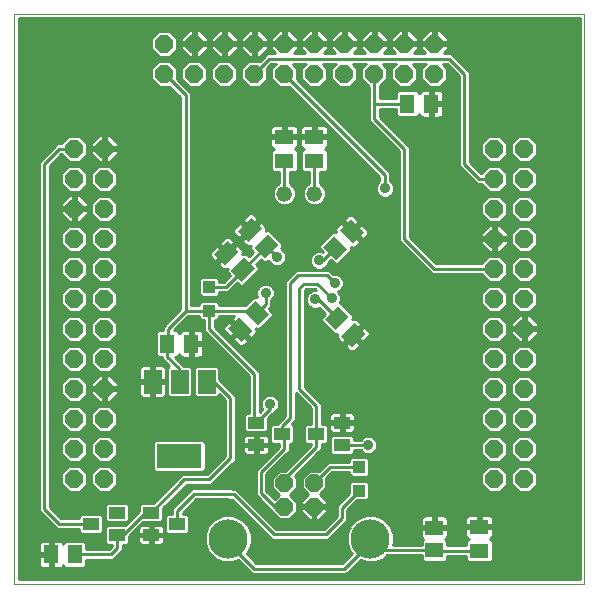
<source format=gbl>
G75*
%MOIN*%
%OFA0B0*%
%FSLAX24Y24*%
%IPPOS*%
%LPD*%
%AMOC8*
5,1,8,0,0,1.08239X$1,22.5*
%
%ADD10C,0.0000*%
%ADD11R,0.0512X0.0630*%
%ADD12R,0.0630X0.0512*%
%ADD13R,0.0551X0.0394*%
%ADD14R,0.0394X0.0394*%
%ADD15C,0.0520*%
%ADD16R,0.0591X0.0512*%
%ADD17OC8,0.0600*%
%ADD18OC8,0.0574*%
%ADD19C,0.1306*%
%ADD20R,0.0590X0.0790*%
%ADD21R,0.1500X0.0790*%
%ADD22C,0.0100*%
%ADD23C,0.0356*%
D10*
X001150Y002646D02*
X001150Y021646D01*
X020150Y021646D01*
X020150Y002646D01*
X001150Y002646D01*
D11*
X002381Y003621D03*
X003169Y003621D03*
X006256Y010646D03*
X007044Y010646D03*
G36*
X008269Y011159D02*
X008631Y011521D01*
X009075Y011077D01*
X008713Y010715D01*
X008269Y011159D01*
G37*
G36*
X008825Y011715D02*
X009187Y012077D01*
X009631Y011633D01*
X009269Y011271D01*
X008825Y011715D01*
G37*
G36*
X008819Y013521D02*
X009181Y013159D01*
X008737Y012715D01*
X008375Y013077D01*
X008819Y013521D01*
G37*
G36*
X008263Y014077D02*
X008625Y013715D01*
X008181Y013271D01*
X007819Y013633D01*
X008263Y014077D01*
G37*
G36*
X009038Y014852D02*
X009400Y014490D01*
X008956Y014046D01*
X008594Y014408D01*
X009038Y014852D01*
G37*
G36*
X009594Y014296D02*
X009956Y013934D01*
X009512Y013490D01*
X009150Y013852D01*
X009594Y014296D01*
G37*
G36*
X012250Y013802D02*
X011888Y013440D01*
X011444Y013884D01*
X011806Y014246D01*
X012250Y013802D01*
G37*
G36*
X012806Y014358D02*
X012444Y013996D01*
X012000Y014440D01*
X012362Y014802D01*
X012806Y014358D01*
G37*
G36*
X011856Y011096D02*
X011494Y011458D01*
X011938Y011902D01*
X012300Y011540D01*
X011856Y011096D01*
G37*
G36*
X012412Y010540D02*
X012050Y010902D01*
X012494Y011346D01*
X012856Y010984D01*
X012412Y010540D01*
G37*
X014256Y018646D03*
X015044Y018646D03*
D12*
X011150Y017540D03*
X011150Y016752D03*
X010150Y016752D03*
X010150Y017540D03*
X016650Y004540D03*
X016650Y003752D03*
D13*
X012083Y007272D03*
X012083Y008020D03*
X011217Y007646D03*
X010083Y007646D03*
X009217Y007272D03*
X009217Y008020D03*
X006583Y004646D03*
X005717Y004272D03*
X005717Y005020D03*
X004583Y005020D03*
X004583Y004272D03*
X003717Y004646D03*
D14*
X007650Y011752D03*
X007650Y012540D03*
X012650Y006540D03*
X012650Y005752D03*
D15*
X011150Y015646D03*
X010150Y015646D03*
D16*
X015150Y004520D03*
X015150Y003772D03*
D17*
X017150Y006146D03*
X018150Y006146D03*
X018150Y007146D03*
X018150Y008146D03*
X017150Y008146D03*
X017150Y007146D03*
X017150Y009146D03*
X017150Y010146D03*
X017150Y011146D03*
X018150Y011146D03*
X018150Y010146D03*
X018150Y009146D03*
X018150Y012146D03*
X018150Y013146D03*
X017150Y013146D03*
X017150Y012146D03*
X017150Y014146D03*
X017150Y015146D03*
X017150Y016146D03*
X018150Y016146D03*
X018150Y015146D03*
X018150Y014146D03*
X018150Y017146D03*
X017150Y017146D03*
X015150Y019646D03*
X015150Y020646D03*
X014150Y020646D03*
X014150Y019646D03*
X013150Y019646D03*
X012150Y019646D03*
X012150Y020646D03*
X013150Y020646D03*
X011150Y020646D03*
X011150Y019646D03*
X010150Y019646D03*
X010150Y020646D03*
X009150Y020646D03*
X009150Y019646D03*
X008150Y019646D03*
X008150Y020646D03*
X007150Y020646D03*
X007150Y019646D03*
X006150Y019646D03*
X006150Y020646D03*
X004150Y017146D03*
X004150Y016146D03*
X004150Y015146D03*
X004150Y014146D03*
X004150Y013146D03*
X004150Y012146D03*
X004150Y011146D03*
X004150Y010146D03*
X004150Y009146D03*
X004150Y008146D03*
X004150Y007146D03*
X004150Y006146D03*
X003150Y006146D03*
X003150Y007146D03*
X003150Y008146D03*
X003150Y009146D03*
X003150Y010146D03*
X003150Y011146D03*
X003150Y012146D03*
X003150Y013146D03*
X003150Y014146D03*
X003150Y015146D03*
X003150Y016146D03*
X003150Y017146D03*
D18*
X010158Y006000D03*
X010158Y005213D03*
X011142Y005213D03*
X011142Y006000D03*
D19*
X013020Y004146D03*
X008280Y004146D03*
D20*
X007560Y009386D03*
X006660Y009386D03*
X005760Y009386D03*
D21*
X006650Y006906D03*
D22*
X006744Y006300D02*
X006639Y006195D01*
X005790Y005346D01*
X005388Y005346D01*
X005313Y005270D01*
X005313Y005061D01*
X004849Y004598D01*
X004254Y004598D01*
X004179Y004522D01*
X004179Y004022D01*
X004254Y003946D01*
X004404Y003946D01*
X004404Y003903D01*
X004301Y003800D01*
X003553Y003800D01*
X003553Y003989D01*
X003478Y004065D01*
X002859Y004065D01*
X002784Y003989D01*
X002784Y003968D01*
X002777Y003994D01*
X002757Y004028D01*
X002729Y004056D01*
X002695Y004076D01*
X002657Y004086D01*
X002431Y004086D01*
X002431Y003671D01*
X002331Y003671D01*
X002331Y003571D01*
X001975Y003571D01*
X001975Y003286D01*
X001986Y003248D01*
X002005Y003214D01*
X002033Y003186D01*
X002067Y003166D01*
X002106Y003156D01*
X002331Y003156D01*
X002331Y003571D01*
X002431Y003571D01*
X002431Y003156D01*
X002657Y003156D01*
X002695Y003166D01*
X002729Y003186D01*
X002757Y003214D01*
X002777Y003248D01*
X002784Y003275D01*
X002784Y003253D01*
X002859Y003177D01*
X003478Y003177D01*
X003553Y003253D01*
X003553Y003442D01*
X004449Y003442D01*
X004657Y003650D01*
X004762Y003755D01*
X004762Y003946D01*
X004912Y003946D01*
X004987Y004022D01*
X004987Y004231D01*
X005451Y004694D01*
X006046Y004694D01*
X006121Y004770D01*
X006121Y005172D01*
X006892Y005942D01*
X007724Y005942D01*
X008424Y006642D01*
X008529Y006747D01*
X008529Y008920D01*
X007989Y009460D01*
X007984Y009465D01*
X007984Y009834D01*
X007908Y009910D01*
X007212Y009910D01*
X007136Y009834D01*
X007136Y008938D01*
X007212Y008862D01*
X007908Y008862D01*
X007984Y008938D01*
X007984Y008960D01*
X008171Y008772D01*
X008171Y006895D01*
X007576Y006300D01*
X006744Y006300D01*
X006735Y006291D02*
X004579Y006291D01*
X004579Y006324D02*
X004328Y006575D01*
X003972Y006575D01*
X003721Y006324D01*
X003721Y005968D01*
X003972Y005717D01*
X004328Y005717D01*
X004579Y005968D01*
X004579Y006324D01*
X004513Y006389D02*
X005840Y006389D01*
X005847Y006382D02*
X005771Y006458D01*
X005771Y007354D01*
X005847Y007430D01*
X007453Y007430D01*
X007529Y007354D01*
X007529Y006458D01*
X007453Y006382D01*
X005847Y006382D01*
X005771Y006488D02*
X004415Y006488D01*
X004328Y006717D02*
X004579Y006968D01*
X004579Y007324D01*
X004328Y007575D01*
X003972Y007575D01*
X003721Y007324D01*
X003721Y006968D01*
X003972Y006717D01*
X004328Y006717D01*
X004393Y006783D02*
X005771Y006783D01*
X005771Y006685D02*
X002329Y006685D01*
X002329Y006783D02*
X002907Y006783D01*
X002972Y006717D02*
X003328Y006717D01*
X003579Y006968D01*
X003579Y007324D01*
X003328Y007575D01*
X002972Y007575D01*
X002721Y007324D01*
X002721Y006968D01*
X002972Y006717D01*
X002972Y006575D02*
X002721Y006324D01*
X002721Y005968D01*
X002972Y005717D01*
X003328Y005717D01*
X003579Y005968D01*
X003579Y006324D01*
X003328Y006575D01*
X002972Y006575D01*
X002885Y006488D02*
X002329Y006488D01*
X002329Y006586D02*
X005771Y006586D01*
X005771Y006882D02*
X004492Y006882D01*
X004579Y006980D02*
X005771Y006980D01*
X005771Y007079D02*
X004579Y007079D01*
X004579Y007177D02*
X005771Y007177D01*
X005771Y007276D02*
X004579Y007276D01*
X004528Y007374D02*
X005791Y007374D01*
X006636Y006192D02*
X004579Y006192D01*
X004579Y006094D02*
X006538Y006094D01*
X006439Y005995D02*
X004579Y005995D01*
X004507Y005897D02*
X006341Y005897D01*
X006242Y005798D02*
X004408Y005798D01*
X004254Y005346D02*
X004179Y005270D01*
X004179Y004770D01*
X004254Y004694D01*
X004912Y004694D01*
X004987Y004770D01*
X004987Y005270D01*
X004912Y005346D01*
X004254Y005346D01*
X004214Y005306D02*
X002329Y005306D01*
X002329Y005220D02*
X002329Y016572D01*
X002723Y016967D01*
X002972Y016717D01*
X003328Y016717D01*
X003579Y016968D01*
X003579Y017324D01*
X003328Y017575D01*
X002972Y017575D01*
X002722Y017325D01*
X002576Y017325D01*
X002471Y017220D01*
X001971Y016720D01*
X001971Y005072D01*
X002076Y004967D01*
X002471Y004572D01*
X002576Y004467D01*
X003313Y004467D01*
X003313Y004396D01*
X003388Y004320D01*
X004046Y004320D01*
X004121Y004396D01*
X004121Y004896D01*
X004046Y004972D01*
X003388Y004972D01*
X003313Y004896D01*
X003313Y004825D01*
X002724Y004825D01*
X002329Y005220D01*
X002342Y005207D02*
X004179Y005207D01*
X004179Y005109D02*
X002440Y005109D01*
X002539Y005010D02*
X004179Y005010D01*
X004179Y004912D02*
X004106Y004912D01*
X004121Y004813D02*
X004179Y004813D01*
X004234Y004715D02*
X004121Y004715D01*
X004121Y004616D02*
X004867Y004616D01*
X004932Y004715D02*
X004966Y004715D01*
X004987Y004813D02*
X005064Y004813D01*
X004987Y004912D02*
X005163Y004912D01*
X005261Y005010D02*
X004987Y005010D01*
X004987Y005109D02*
X005313Y005109D01*
X005313Y005207D02*
X004987Y005207D01*
X004952Y005306D02*
X005348Y005306D01*
X005524Y005020D02*
X005717Y005020D01*
X006818Y006121D01*
X007650Y006121D01*
X008350Y006821D01*
X008350Y008846D01*
X007810Y009386D01*
X007560Y009386D01*
X007136Y009344D02*
X007084Y009344D01*
X007084Y009246D02*
X007136Y009246D01*
X007136Y009147D02*
X007084Y009147D01*
X007084Y009049D02*
X007136Y009049D01*
X007136Y008950D02*
X007084Y008950D01*
X007084Y008938D02*
X007084Y009834D01*
X007008Y009910D01*
X006814Y009910D01*
X006521Y010202D01*
X006566Y010202D01*
X006641Y010278D01*
X006641Y010300D01*
X006648Y010273D01*
X006668Y010239D01*
X006696Y010211D01*
X006730Y010191D01*
X006768Y010181D01*
X006994Y010181D01*
X006994Y010596D01*
X007094Y010596D01*
X007094Y010696D01*
X007450Y010696D01*
X007450Y010981D01*
X007439Y011019D01*
X007420Y011053D01*
X007392Y011081D01*
X007358Y011101D01*
X007319Y011111D01*
X007094Y011111D01*
X007094Y010696D01*
X006994Y010696D01*
X006994Y011111D01*
X006768Y011111D01*
X006730Y011101D01*
X006696Y011081D01*
X006668Y011053D01*
X006648Y011019D01*
X006641Y010993D01*
X006641Y011014D01*
X006566Y011090D01*
X006471Y011090D01*
X006955Y011574D01*
X007324Y011574D01*
X007324Y011502D01*
X007400Y011427D01*
X007471Y011427D01*
X007471Y011072D01*
X007576Y010967D01*
X008971Y009572D01*
X008971Y008346D01*
X008888Y008346D01*
X008813Y008270D01*
X008813Y007770D01*
X008888Y007694D01*
X009546Y007694D01*
X009621Y007770D01*
X009621Y008172D01*
X009749Y008299D01*
X009826Y008377D01*
X009849Y008386D01*
X009935Y008472D01*
X009982Y008585D01*
X009982Y008707D01*
X009935Y008820D01*
X009849Y008906D01*
X009736Y008953D01*
X009614Y008953D01*
X009501Y008906D01*
X009415Y008820D01*
X009368Y008707D01*
X009368Y008585D01*
X009415Y008472D01*
X009416Y008472D01*
X009329Y008385D01*
X009329Y009720D01*
X007829Y011220D01*
X007829Y011427D01*
X007900Y011427D01*
X007976Y011502D01*
X007976Y011574D01*
X008470Y011574D01*
X008378Y011482D01*
X008672Y011188D01*
X008601Y011118D01*
X008307Y011411D01*
X008148Y011252D01*
X008128Y011217D01*
X008118Y011179D01*
X008118Y011140D01*
X008128Y011102D01*
X008148Y011067D01*
X008349Y010866D01*
X008601Y011118D01*
X008672Y011047D01*
X008742Y011118D01*
X009036Y010824D01*
X009195Y010984D01*
X009215Y011018D01*
X009225Y011056D01*
X009225Y011096D01*
X009215Y011134D01*
X009201Y011157D01*
X009217Y011142D01*
X009323Y011142D01*
X009761Y011579D01*
X009761Y011686D01*
X009627Y011820D01*
X009704Y011897D01*
X009704Y012091D01*
X009785Y012172D01*
X009832Y012285D01*
X009832Y012407D01*
X009785Y012520D01*
X009699Y012606D01*
X009586Y012653D01*
X009464Y012653D01*
X009351Y012606D01*
X009265Y012520D01*
X009218Y012407D01*
X009218Y012285D01*
X009258Y012189D01*
X009240Y012207D01*
X009133Y012207D01*
X008858Y011931D01*
X007976Y011931D01*
X007976Y012003D01*
X007900Y012078D01*
X007400Y012078D01*
X007324Y012003D01*
X007324Y011931D01*
X007037Y011931D01*
X007037Y019009D01*
X006933Y019114D01*
X006579Y019468D01*
X006579Y019468D01*
X006579Y019824D01*
X006328Y020075D01*
X005972Y020075D01*
X005721Y019824D01*
X005721Y019468D01*
X005972Y019217D01*
X006324Y019217D01*
X006680Y018861D01*
X006680Y011830D01*
X006666Y011789D01*
X006096Y011220D01*
X006096Y011090D01*
X005947Y011090D01*
X005872Y011014D01*
X005872Y010278D01*
X005947Y010202D01*
X006078Y010202D01*
X006078Y010141D01*
X006182Y010036D01*
X006310Y009908D01*
X006236Y009834D01*
X006236Y008938D01*
X006312Y008862D01*
X007008Y008862D01*
X007084Y008938D01*
X007084Y009443D02*
X007136Y009443D01*
X007136Y009541D02*
X007084Y009541D01*
X007084Y009640D02*
X007136Y009640D01*
X007136Y009738D02*
X007084Y009738D01*
X007082Y009837D02*
X007138Y009837D01*
X007094Y010181D02*
X007319Y010181D01*
X007358Y010191D01*
X007392Y010211D01*
X007420Y010239D01*
X007439Y010273D01*
X007450Y010311D01*
X007450Y010596D01*
X007094Y010596D01*
X007094Y010181D01*
X007094Y010231D02*
X006994Y010231D01*
X006994Y010329D02*
X007094Y010329D01*
X007094Y010428D02*
X006994Y010428D01*
X006994Y010526D02*
X007094Y010526D01*
X007094Y010625D02*
X007919Y010625D01*
X007820Y010723D02*
X007450Y010723D01*
X007450Y010822D02*
X007722Y010822D01*
X007623Y010920D02*
X007450Y010920D01*
X007439Y011019D02*
X007525Y011019D01*
X007471Y011117D02*
X006499Y011117D01*
X006597Y011216D02*
X007471Y011216D01*
X007471Y011314D02*
X006696Y011314D01*
X006794Y011413D02*
X007471Y011413D01*
X007324Y011511D02*
X006893Y011511D01*
X006881Y011752D02*
X006859Y011800D01*
X006859Y018935D01*
X006170Y019624D01*
X006150Y019646D01*
X005880Y019982D02*
X001300Y019982D01*
X001300Y019884D02*
X005781Y019884D01*
X005721Y019785D02*
X001300Y019785D01*
X001300Y019687D02*
X005721Y019687D01*
X005721Y019588D02*
X001300Y019588D01*
X001300Y019490D02*
X005721Y019490D01*
X005799Y019391D02*
X001300Y019391D01*
X001300Y019293D02*
X005897Y019293D01*
X006347Y019194D02*
X001300Y019194D01*
X001300Y019096D02*
X006446Y019096D01*
X006544Y018997D02*
X001300Y018997D01*
X001300Y018899D02*
X006643Y018899D01*
X006680Y018800D02*
X001300Y018800D01*
X001300Y018702D02*
X006680Y018702D01*
X006680Y018603D02*
X001300Y018603D01*
X001300Y018505D02*
X006680Y018505D01*
X006680Y018406D02*
X001300Y018406D01*
X001300Y018308D02*
X006680Y018308D01*
X006680Y018209D02*
X001300Y018209D01*
X001300Y018111D02*
X006680Y018111D01*
X006680Y018012D02*
X001300Y018012D01*
X001300Y017914D02*
X006680Y017914D01*
X006680Y017815D02*
X001300Y017815D01*
X001300Y017717D02*
X006680Y017717D01*
X006680Y017618D02*
X001300Y017618D01*
X001300Y017520D02*
X002917Y017520D01*
X002819Y017421D02*
X001300Y017421D01*
X001300Y017323D02*
X002574Y017323D01*
X002475Y017224D02*
X001300Y017224D01*
X001300Y017126D02*
X002377Y017126D01*
X002278Y017027D02*
X001300Y017027D01*
X001300Y016929D02*
X002180Y016929D01*
X002081Y016830D02*
X001300Y016830D01*
X001300Y016732D02*
X001983Y016732D01*
X001971Y016633D02*
X001300Y016633D01*
X001300Y016535D02*
X001971Y016535D01*
X001971Y016436D02*
X001300Y016436D01*
X001300Y016338D02*
X001971Y016338D01*
X001971Y016239D02*
X001300Y016239D01*
X001300Y016141D02*
X001971Y016141D01*
X001971Y016042D02*
X001300Y016042D01*
X001300Y015944D02*
X001971Y015944D01*
X001971Y015845D02*
X001300Y015845D01*
X001300Y015747D02*
X001971Y015747D01*
X001971Y015648D02*
X001300Y015648D01*
X001300Y015550D02*
X001971Y015550D01*
X001971Y015451D02*
X001300Y015451D01*
X001300Y015353D02*
X001971Y015353D01*
X001971Y015254D02*
X001300Y015254D01*
X001300Y015156D02*
X001971Y015156D01*
X001971Y015057D02*
X001300Y015057D01*
X001300Y014959D02*
X001971Y014959D01*
X001971Y014860D02*
X001300Y014860D01*
X001300Y014762D02*
X001971Y014762D01*
X001971Y014663D02*
X001300Y014663D01*
X001300Y014565D02*
X001971Y014565D01*
X001971Y014466D02*
X001300Y014466D01*
X001300Y014368D02*
X001971Y014368D01*
X001971Y014269D02*
X001300Y014269D01*
X001300Y014171D02*
X001971Y014171D01*
X001971Y014072D02*
X001300Y014072D01*
X001300Y013974D02*
X001971Y013974D01*
X001971Y013875D02*
X001300Y013875D01*
X001300Y013777D02*
X001971Y013777D01*
X001971Y013678D02*
X001300Y013678D01*
X001300Y013580D02*
X001971Y013580D01*
X001971Y013481D02*
X001300Y013481D01*
X001300Y013383D02*
X001971Y013383D01*
X001971Y013284D02*
X001300Y013284D01*
X001300Y013186D02*
X001971Y013186D01*
X001971Y013087D02*
X001300Y013087D01*
X001300Y012989D02*
X001971Y012989D01*
X001971Y012890D02*
X001300Y012890D01*
X001300Y012792D02*
X001971Y012792D01*
X001971Y012693D02*
X001300Y012693D01*
X001300Y012595D02*
X001971Y012595D01*
X001971Y012496D02*
X001300Y012496D01*
X001300Y012398D02*
X001971Y012398D01*
X001971Y012299D02*
X001300Y012299D01*
X001300Y012201D02*
X001971Y012201D01*
X001971Y012102D02*
X001300Y012102D01*
X001300Y012004D02*
X001971Y012004D01*
X001971Y011905D02*
X001300Y011905D01*
X001300Y011807D02*
X001971Y011807D01*
X001971Y011708D02*
X001300Y011708D01*
X001300Y011610D02*
X001971Y011610D01*
X001971Y011511D02*
X001300Y011511D01*
X001300Y011413D02*
X001971Y011413D01*
X001971Y011314D02*
X001300Y011314D01*
X001300Y011216D02*
X001971Y011216D01*
X001971Y011117D02*
X001300Y011117D01*
X001300Y011019D02*
X001971Y011019D01*
X001971Y010920D02*
X001300Y010920D01*
X001300Y010822D02*
X001971Y010822D01*
X001971Y010723D02*
X001300Y010723D01*
X001300Y010625D02*
X001971Y010625D01*
X001971Y010526D02*
X001300Y010526D01*
X001300Y010428D02*
X001971Y010428D01*
X001971Y010329D02*
X001300Y010329D01*
X001300Y010231D02*
X001971Y010231D01*
X001971Y010132D02*
X001300Y010132D01*
X001300Y010034D02*
X001971Y010034D01*
X001971Y009935D02*
X001300Y009935D01*
X001300Y009837D02*
X001971Y009837D01*
X001971Y009738D02*
X001300Y009738D01*
X001300Y009640D02*
X001971Y009640D01*
X001971Y009541D02*
X001300Y009541D01*
X001300Y009443D02*
X001971Y009443D01*
X001971Y009344D02*
X001300Y009344D01*
X001300Y009246D02*
X001971Y009246D01*
X001971Y009147D02*
X001300Y009147D01*
X001300Y009049D02*
X001971Y009049D01*
X001971Y008950D02*
X001300Y008950D01*
X001300Y008852D02*
X001971Y008852D01*
X001971Y008753D02*
X001300Y008753D01*
X001300Y008655D02*
X001971Y008655D01*
X001971Y008556D02*
X001300Y008556D01*
X001300Y008458D02*
X001971Y008458D01*
X001971Y008359D02*
X001300Y008359D01*
X001300Y008261D02*
X001971Y008261D01*
X001971Y008162D02*
X001300Y008162D01*
X001300Y008064D02*
X001971Y008064D01*
X001971Y007965D02*
X001300Y007965D01*
X001300Y007867D02*
X001971Y007867D01*
X001971Y007768D02*
X001300Y007768D01*
X001300Y007670D02*
X001971Y007670D01*
X001971Y007571D02*
X001300Y007571D01*
X001300Y007473D02*
X001971Y007473D01*
X001971Y007374D02*
X001300Y007374D01*
X001300Y007276D02*
X001971Y007276D01*
X001971Y007177D02*
X001300Y007177D01*
X001300Y007079D02*
X001971Y007079D01*
X001971Y006980D02*
X001300Y006980D01*
X001300Y006882D02*
X001971Y006882D01*
X001971Y006783D02*
X001300Y006783D01*
X001300Y006685D02*
X001971Y006685D01*
X001971Y006586D02*
X001300Y006586D01*
X001300Y006488D02*
X001971Y006488D01*
X001971Y006389D02*
X001300Y006389D01*
X001300Y006291D02*
X001971Y006291D01*
X001971Y006192D02*
X001300Y006192D01*
X001300Y006094D02*
X001971Y006094D01*
X001971Y005995D02*
X001300Y005995D01*
X001300Y005897D02*
X001971Y005897D01*
X001971Y005798D02*
X001300Y005798D01*
X001300Y005700D02*
X001971Y005700D01*
X001971Y005601D02*
X001300Y005601D01*
X001300Y005503D02*
X001971Y005503D01*
X001971Y005404D02*
X001300Y005404D01*
X001300Y005306D02*
X001971Y005306D01*
X001971Y005207D02*
X001300Y005207D01*
X001300Y005109D02*
X001971Y005109D01*
X002033Y005010D02*
X001300Y005010D01*
X001300Y004912D02*
X002132Y004912D01*
X002076Y004967D02*
X002076Y004967D01*
X002150Y005146D02*
X002150Y016646D01*
X002650Y017146D01*
X003150Y017146D01*
X003383Y017520D02*
X003887Y017520D01*
X003964Y017596D02*
X003700Y017332D01*
X003700Y017196D01*
X004100Y017196D01*
X004100Y017096D01*
X004200Y017096D01*
X004200Y016696D01*
X004336Y016696D01*
X004600Y016960D01*
X004600Y017096D01*
X004200Y017096D01*
X004200Y017196D01*
X004600Y017196D01*
X004600Y017332D01*
X004336Y017596D01*
X004200Y017596D01*
X004200Y017196D01*
X004100Y017196D01*
X004100Y017596D01*
X003964Y017596D01*
X004100Y017520D02*
X004200Y017520D01*
X004200Y017421D02*
X004100Y017421D01*
X004100Y017323D02*
X004200Y017323D01*
X004200Y017224D02*
X004100Y017224D01*
X004100Y017126D02*
X003579Y017126D01*
X003579Y017224D02*
X003700Y017224D01*
X003700Y017323D02*
X003579Y017323D01*
X003481Y017421D02*
X003789Y017421D01*
X003700Y017096D02*
X003700Y016960D01*
X003964Y016696D01*
X004100Y016696D01*
X004100Y017096D01*
X003700Y017096D01*
X003700Y017027D02*
X003579Y017027D01*
X003539Y016929D02*
X003731Y016929D01*
X003830Y016830D02*
X003440Y016830D01*
X003342Y016732D02*
X003928Y016732D01*
X003972Y016575D02*
X003721Y016324D01*
X003721Y015968D01*
X003972Y015717D01*
X004328Y015717D01*
X004579Y015968D01*
X004579Y016324D01*
X004328Y016575D01*
X003972Y016575D01*
X003932Y016535D02*
X003368Y016535D01*
X003328Y016575D02*
X002972Y016575D01*
X002721Y016324D01*
X002721Y015968D01*
X002972Y015717D01*
X003328Y015717D01*
X003579Y015968D01*
X003579Y016324D01*
X003328Y016575D01*
X003466Y016436D02*
X003834Y016436D01*
X003735Y016338D02*
X003565Y016338D01*
X003579Y016239D02*
X003721Y016239D01*
X003721Y016141D02*
X003579Y016141D01*
X003579Y016042D02*
X003721Y016042D01*
X003746Y015944D02*
X003554Y015944D01*
X003455Y015845D02*
X003845Y015845D01*
X003943Y015747D02*
X003357Y015747D01*
X003336Y015596D02*
X003200Y015596D01*
X003200Y015196D01*
X003600Y015196D01*
X003600Y015332D01*
X003336Y015596D01*
X003383Y015550D02*
X003947Y015550D01*
X003972Y015575D02*
X003721Y015324D01*
X003721Y014968D01*
X003972Y014717D01*
X004328Y014717D01*
X004579Y014968D01*
X004579Y015324D01*
X004328Y015575D01*
X003972Y015575D01*
X003849Y015451D02*
X003481Y015451D01*
X003580Y015353D02*
X003750Y015353D01*
X003721Y015254D02*
X003600Y015254D01*
X003721Y015156D02*
X003200Y015156D01*
X003200Y015196D02*
X003200Y015096D01*
X003200Y014696D01*
X003336Y014696D01*
X003600Y014960D01*
X003600Y015096D01*
X003200Y015096D01*
X003100Y015096D01*
X003100Y014696D01*
X002964Y014696D01*
X002700Y014960D01*
X002700Y015096D01*
X003100Y015096D01*
X003100Y015196D01*
X002700Y015196D01*
X002700Y015332D01*
X002964Y015596D01*
X003100Y015596D01*
X003100Y015196D01*
X003200Y015196D01*
X003200Y015254D02*
X003100Y015254D01*
X003100Y015156D02*
X002329Y015156D01*
X002329Y015254D02*
X002700Y015254D01*
X002720Y015353D02*
X002329Y015353D01*
X002329Y015451D02*
X002819Y015451D01*
X002917Y015550D02*
X002329Y015550D01*
X002329Y015648D02*
X006680Y015648D01*
X006680Y015550D02*
X004353Y015550D01*
X004451Y015451D02*
X006680Y015451D01*
X006680Y015353D02*
X004550Y015353D01*
X004579Y015254D02*
X006680Y015254D01*
X006680Y015156D02*
X004579Y015156D01*
X004579Y015057D02*
X006680Y015057D01*
X006680Y014959D02*
X004569Y014959D01*
X004470Y014860D02*
X006680Y014860D01*
X006680Y014762D02*
X004372Y014762D01*
X004328Y014575D02*
X003972Y014575D01*
X003721Y014324D01*
X003721Y013968D01*
X003972Y013717D01*
X004328Y013717D01*
X004579Y013968D01*
X004579Y014324D01*
X004328Y014575D01*
X004338Y014565D02*
X006680Y014565D01*
X006680Y014663D02*
X002329Y014663D01*
X002329Y014565D02*
X002962Y014565D01*
X002972Y014575D02*
X002721Y014324D01*
X002721Y013968D01*
X002972Y013717D01*
X003328Y013717D01*
X003579Y013968D01*
X003579Y014324D01*
X003328Y014575D01*
X002972Y014575D01*
X002864Y014466D02*
X002329Y014466D01*
X002329Y014368D02*
X002765Y014368D01*
X002721Y014269D02*
X002329Y014269D01*
X002329Y014171D02*
X002721Y014171D01*
X002721Y014072D02*
X002329Y014072D01*
X002329Y013974D02*
X002721Y013974D01*
X002815Y013875D02*
X002329Y013875D01*
X002329Y013777D02*
X002913Y013777D01*
X002972Y013575D02*
X002721Y013324D01*
X002721Y012968D01*
X002972Y012717D01*
X003328Y012717D01*
X003579Y012968D01*
X003579Y013324D01*
X003328Y013575D01*
X002972Y013575D01*
X002879Y013481D02*
X002329Y013481D01*
X002329Y013383D02*
X002780Y013383D01*
X002721Y013284D02*
X002329Y013284D01*
X002329Y013186D02*
X002721Y013186D01*
X002721Y013087D02*
X002329Y013087D01*
X002329Y012989D02*
X002721Y012989D01*
X002800Y012890D02*
X002329Y012890D01*
X002329Y012792D02*
X002898Y012792D01*
X002972Y012575D02*
X002721Y012324D01*
X002721Y011968D01*
X002972Y011717D01*
X003328Y011717D01*
X003579Y011968D01*
X003579Y012324D01*
X003328Y012575D01*
X002972Y012575D01*
X002894Y012496D02*
X002329Y012496D01*
X002329Y012398D02*
X002795Y012398D01*
X002721Y012299D02*
X002329Y012299D01*
X002329Y012201D02*
X002721Y012201D01*
X002721Y012102D02*
X002329Y012102D01*
X002329Y012004D02*
X002721Y012004D01*
X002785Y011905D02*
X002329Y011905D01*
X002329Y011807D02*
X002883Y011807D01*
X002972Y011575D02*
X002721Y011324D01*
X002721Y010968D01*
X002972Y010717D01*
X003328Y010717D01*
X003579Y010968D01*
X003579Y011324D01*
X003328Y011575D01*
X002972Y011575D01*
X002909Y011511D02*
X002329Y011511D01*
X002329Y011413D02*
X002810Y011413D01*
X002721Y011314D02*
X002329Y011314D01*
X002329Y011216D02*
X002721Y011216D01*
X002721Y011117D02*
X002329Y011117D01*
X002329Y011019D02*
X002721Y011019D01*
X002770Y010920D02*
X002329Y010920D01*
X002329Y010822D02*
X002868Y010822D01*
X002967Y010723D02*
X002329Y010723D01*
X002329Y010625D02*
X005872Y010625D01*
X005872Y010723D02*
X004333Y010723D01*
X004328Y010717D02*
X004579Y010968D01*
X004579Y011324D01*
X004328Y011575D01*
X003972Y011575D01*
X003721Y011324D01*
X003721Y010968D01*
X003972Y010717D01*
X004328Y010717D01*
X004328Y010575D02*
X003972Y010575D01*
X003721Y010324D01*
X003721Y009968D01*
X003972Y009717D01*
X004328Y009717D01*
X004579Y009968D01*
X004579Y010324D01*
X004328Y010575D01*
X004376Y010526D02*
X005872Y010526D01*
X005872Y010428D02*
X004475Y010428D01*
X004573Y010329D02*
X005872Y010329D01*
X005919Y010231D02*
X004579Y010231D01*
X004579Y010132D02*
X006086Y010132D01*
X006185Y010034D02*
X004579Y010034D01*
X004545Y009935D02*
X006283Y009935D01*
X006238Y009837D02*
X006195Y009837D01*
X006195Y009839D02*
X006175Y009873D01*
X006147Y009901D01*
X006113Y009921D01*
X006075Y009931D01*
X005810Y009931D01*
X005810Y009436D01*
X006205Y009436D01*
X006205Y009801D01*
X006195Y009839D01*
X006205Y009738D02*
X006236Y009738D01*
X006236Y009640D02*
X006205Y009640D01*
X006205Y009541D02*
X006236Y009541D01*
X006236Y009443D02*
X006205Y009443D01*
X006236Y009344D02*
X005810Y009344D01*
X005810Y009336D02*
X005810Y009436D01*
X005710Y009436D01*
X005710Y009336D01*
X005810Y009336D01*
X005810Y008841D01*
X006075Y008841D01*
X006113Y008851D01*
X006147Y008871D01*
X006175Y008899D01*
X006195Y008933D01*
X006205Y008971D01*
X006205Y009336D01*
X005810Y009336D01*
X005810Y009246D02*
X005710Y009246D01*
X005710Y009336D02*
X005710Y008841D01*
X005445Y008841D01*
X005407Y008851D01*
X005373Y008871D01*
X005345Y008899D01*
X005325Y008933D01*
X005315Y008971D01*
X005315Y009336D01*
X005710Y009336D01*
X005710Y009344D02*
X004588Y009344D01*
X004600Y009332D02*
X004336Y009596D01*
X004200Y009596D01*
X004200Y009196D01*
X004600Y009196D01*
X004600Y009332D01*
X004600Y009246D02*
X005315Y009246D01*
X005315Y009147D02*
X004200Y009147D01*
X004200Y009196D02*
X004200Y009096D01*
X004200Y008696D01*
X004336Y008696D01*
X004600Y008960D01*
X004600Y009096D01*
X004200Y009096D01*
X004100Y009096D01*
X004100Y008696D01*
X003964Y008696D01*
X003700Y008960D01*
X003700Y009096D01*
X004100Y009096D01*
X004100Y009196D01*
X003700Y009196D01*
X003700Y009332D01*
X003964Y009596D01*
X004100Y009596D01*
X004100Y009196D01*
X004200Y009196D01*
X004200Y009246D02*
X004100Y009246D01*
X004100Y009344D02*
X004200Y009344D01*
X004200Y009443D02*
X004100Y009443D01*
X004100Y009541D02*
X004200Y009541D01*
X004391Y009541D02*
X005315Y009541D01*
X005315Y009443D02*
X004490Y009443D01*
X004348Y009738D02*
X005315Y009738D01*
X005315Y009801D02*
X005315Y009436D01*
X005710Y009436D01*
X005710Y009931D01*
X005445Y009931D01*
X005407Y009921D01*
X005373Y009901D01*
X005345Y009873D01*
X005325Y009839D01*
X005315Y009801D01*
X005325Y009837D02*
X004447Y009837D01*
X003952Y009738D02*
X003348Y009738D01*
X003328Y009717D02*
X003579Y009968D01*
X003579Y010324D01*
X003328Y010575D01*
X002972Y010575D01*
X002721Y010324D01*
X002721Y009968D01*
X002972Y009717D01*
X003328Y009717D01*
X003328Y009575D02*
X002972Y009575D01*
X002721Y009324D01*
X002721Y008968D01*
X002972Y008717D01*
X003328Y008717D01*
X003579Y008968D01*
X003579Y009324D01*
X003328Y009575D01*
X003361Y009541D02*
X003909Y009541D01*
X003810Y009443D02*
X003460Y009443D01*
X003558Y009344D02*
X003712Y009344D01*
X003700Y009246D02*
X003579Y009246D01*
X003579Y009147D02*
X004100Y009147D01*
X004100Y009049D02*
X004200Y009049D01*
X004200Y008950D02*
X004100Y008950D01*
X004100Y008852D02*
X004200Y008852D01*
X004200Y008753D02*
X004100Y008753D01*
X003907Y008753D02*
X003363Y008753D01*
X003462Y008852D02*
X003808Y008852D01*
X003710Y008950D02*
X003560Y008950D01*
X003579Y009049D02*
X003700Y009049D01*
X003972Y008575D02*
X003721Y008324D01*
X003721Y007968D01*
X003972Y007717D01*
X004328Y007717D01*
X004579Y007968D01*
X004579Y008324D01*
X004328Y008575D01*
X003972Y008575D01*
X003954Y008556D02*
X003346Y008556D01*
X003328Y008575D02*
X002972Y008575D01*
X002721Y008324D01*
X002721Y007968D01*
X002972Y007717D01*
X003328Y007717D01*
X003579Y007968D01*
X003579Y008324D01*
X003328Y008575D01*
X003445Y008458D02*
X003855Y008458D01*
X003757Y008359D02*
X003543Y008359D01*
X003579Y008261D02*
X003721Y008261D01*
X003721Y008162D02*
X003579Y008162D01*
X003579Y008064D02*
X003721Y008064D01*
X003725Y007965D02*
X003575Y007965D01*
X003477Y007867D02*
X003823Y007867D01*
X003922Y007768D02*
X003378Y007768D01*
X003331Y007571D02*
X003969Y007571D01*
X003870Y007473D02*
X003430Y007473D01*
X003528Y007374D02*
X003772Y007374D01*
X003721Y007276D02*
X003579Y007276D01*
X003579Y007177D02*
X003721Y007177D01*
X003721Y007079D02*
X003579Y007079D01*
X003579Y006980D02*
X003721Y006980D01*
X003808Y006882D02*
X003492Y006882D01*
X003393Y006783D02*
X003907Y006783D01*
X003885Y006488D02*
X003415Y006488D01*
X003513Y006389D02*
X003787Y006389D01*
X003721Y006291D02*
X003579Y006291D01*
X003579Y006192D02*
X003721Y006192D01*
X003721Y006094D02*
X003579Y006094D01*
X003579Y005995D02*
X003721Y005995D01*
X003793Y005897D02*
X003507Y005897D01*
X003408Y005798D02*
X003892Y005798D01*
X003328Y004912D02*
X002637Y004912D01*
X002650Y004646D02*
X002150Y005146D01*
X002329Y005404D02*
X005848Y005404D01*
X005947Y005503D02*
X002329Y005503D01*
X002329Y005601D02*
X006045Y005601D01*
X006144Y005700D02*
X002329Y005700D01*
X002329Y005798D02*
X002892Y005798D01*
X002793Y005897D02*
X002329Y005897D01*
X002329Y005995D02*
X002721Y005995D01*
X002721Y006094D02*
X002329Y006094D01*
X002329Y006192D02*
X002721Y006192D01*
X002721Y006291D02*
X002329Y006291D01*
X002329Y006389D02*
X002787Y006389D01*
X002808Y006882D02*
X002329Y006882D01*
X002329Y006980D02*
X002721Y006980D01*
X002721Y007079D02*
X002329Y007079D01*
X002329Y007177D02*
X002721Y007177D01*
X002721Y007276D02*
X002329Y007276D01*
X002329Y007374D02*
X002772Y007374D01*
X002870Y007473D02*
X002329Y007473D01*
X002329Y007571D02*
X002969Y007571D01*
X002922Y007768D02*
X002329Y007768D01*
X002329Y007670D02*
X008171Y007670D01*
X008171Y007768D02*
X004378Y007768D01*
X004477Y007867D02*
X008171Y007867D01*
X008171Y007965D02*
X004575Y007965D01*
X004579Y008064D02*
X008171Y008064D01*
X008171Y008162D02*
X004579Y008162D01*
X004579Y008261D02*
X008171Y008261D01*
X008171Y008359D02*
X004543Y008359D01*
X004445Y008458D02*
X008171Y008458D01*
X008171Y008556D02*
X004346Y008556D01*
X004393Y008753D02*
X008171Y008753D01*
X008171Y008655D02*
X002329Y008655D01*
X002329Y008753D02*
X002937Y008753D01*
X002838Y008852D02*
X002329Y008852D01*
X002329Y008950D02*
X002740Y008950D01*
X002721Y009049D02*
X002329Y009049D01*
X002329Y009147D02*
X002721Y009147D01*
X002721Y009246D02*
X002329Y009246D01*
X002329Y009344D02*
X002742Y009344D01*
X002840Y009443D02*
X002329Y009443D01*
X002329Y009541D02*
X002939Y009541D01*
X002952Y009738D02*
X002329Y009738D01*
X002329Y009640D02*
X005315Y009640D01*
X005710Y009640D02*
X005810Y009640D01*
X005810Y009738D02*
X005710Y009738D01*
X005710Y009837D02*
X005810Y009837D01*
X005810Y009541D02*
X005710Y009541D01*
X005710Y009443D02*
X005810Y009443D01*
X005810Y009147D02*
X005710Y009147D01*
X005710Y009049D02*
X005810Y009049D01*
X005810Y008950D02*
X005710Y008950D01*
X005710Y008852D02*
X005810Y008852D01*
X006113Y008852D02*
X008092Y008852D01*
X007993Y008950D02*
X007984Y008950D01*
X008203Y009246D02*
X008971Y009246D01*
X008971Y009344D02*
X008105Y009344D01*
X008006Y009443D02*
X008971Y009443D01*
X008971Y009541D02*
X007984Y009541D01*
X007984Y009640D02*
X008904Y009640D01*
X008805Y009738D02*
X007984Y009738D01*
X007982Y009837D02*
X008707Y009837D01*
X008608Y009935D02*
X006789Y009935D01*
X006690Y010034D02*
X008510Y010034D01*
X008411Y010132D02*
X006592Y010132D01*
X006594Y010231D02*
X006676Y010231D01*
X006650Y009821D02*
X006256Y010215D01*
X006256Y010646D01*
X006275Y010665D01*
X006275Y011146D01*
X006881Y011752D01*
X007650Y011752D01*
X007650Y011146D01*
X009150Y009646D01*
X009150Y008087D01*
X009217Y008020D01*
X009675Y008478D01*
X009675Y008646D01*
X009982Y008655D02*
X010171Y008655D01*
X010171Y008753D02*
X009963Y008753D01*
X009903Y008852D02*
X010171Y008852D01*
X010171Y008950D02*
X009743Y008950D01*
X009607Y008950D02*
X009329Y008950D01*
X009329Y008852D02*
X009447Y008852D01*
X009387Y008753D02*
X009329Y008753D01*
X009329Y008655D02*
X009368Y008655D01*
X009380Y008556D02*
X009329Y008556D01*
X009329Y008458D02*
X009402Y008458D01*
X009710Y008261D02*
X010171Y008261D01*
X010171Y008245D02*
X010009Y008083D01*
X009904Y007978D01*
X009904Y007972D01*
X009754Y007972D01*
X009679Y007896D01*
X009679Y007396D01*
X009754Y007320D01*
X009971Y007320D01*
X009971Y007220D01*
X009196Y006445D01*
X009196Y005597D01*
X009301Y005492D01*
X009742Y005051D01*
X009742Y005041D01*
X009986Y004797D01*
X010330Y004797D01*
X010574Y005041D01*
X010574Y005385D01*
X010352Y005607D01*
X010574Y005828D01*
X010574Y006173D01*
X010501Y006245D01*
X011291Y007034D01*
X011396Y007139D01*
X011396Y007320D01*
X011546Y007320D01*
X011621Y007396D01*
X011621Y007896D01*
X011546Y007972D01*
X011396Y007972D01*
X011396Y008653D01*
X011291Y008758D01*
X010829Y009220D01*
X010829Y012422D01*
X010874Y012467D01*
X011176Y012467D01*
X011215Y012428D01*
X011114Y012428D01*
X011001Y012381D01*
X010915Y012295D01*
X010868Y012182D01*
X010868Y012060D01*
X010915Y011947D01*
X011001Y011861D01*
X011114Y011814D01*
X011236Y011814D01*
X011302Y011841D01*
X011498Y011645D01*
X011364Y011511D01*
X011364Y011404D01*
X011802Y010967D01*
X011908Y010967D01*
X011924Y010982D01*
X011910Y010959D01*
X011900Y010921D01*
X011900Y010881D01*
X011910Y010843D01*
X011930Y010809D01*
X012089Y010649D01*
X012383Y010943D01*
X012453Y010872D01*
X012160Y010579D01*
X012320Y010419D01*
X012354Y010399D01*
X012392Y010389D01*
X012431Y010389D01*
X012470Y010399D01*
X012504Y010419D01*
X012705Y010620D01*
X012453Y010872D01*
X012524Y010943D01*
X012453Y011013D01*
X012747Y011307D01*
X012587Y011466D01*
X012553Y011486D01*
X012515Y011496D01*
X012475Y011496D01*
X012437Y011486D01*
X012414Y011472D01*
X012429Y011488D01*
X012429Y011595D01*
X011997Y012026D01*
X012032Y012110D01*
X012032Y012232D01*
X011985Y012345D01*
X011942Y012388D01*
X011999Y012411D01*
X012085Y012497D01*
X012132Y012610D01*
X012132Y012732D01*
X012085Y012845D01*
X011999Y012931D01*
X011886Y012978D01*
X011771Y012978D01*
X011754Y012995D01*
X011649Y013100D01*
X010526Y013100D01*
X010276Y012850D01*
X010171Y012745D01*
X010171Y008245D01*
X010171Y008359D02*
X009809Y008359D01*
X009920Y008458D02*
X010171Y008458D01*
X010171Y008556D02*
X009970Y008556D01*
X010088Y008162D02*
X009621Y008162D01*
X009621Y008064D02*
X009990Y008064D01*
X010009Y008083D02*
X010009Y008083D01*
X010083Y007904D02*
X010083Y007646D01*
X010150Y007579D01*
X010150Y007146D01*
X009375Y006371D01*
X009375Y005671D01*
X009833Y005213D01*
X010158Y005213D01*
X009871Y004912D02*
X009437Y004912D01*
X009339Y005010D02*
X009773Y005010D01*
X009685Y005109D02*
X009240Y005109D01*
X009142Y005207D02*
X009586Y005207D01*
X009488Y005306D02*
X009043Y005306D01*
X008945Y005404D02*
X009389Y005404D01*
X009291Y005503D02*
X008846Y005503D01*
X008748Y005601D02*
X009196Y005601D01*
X009196Y005700D02*
X008649Y005700D01*
X008654Y005695D02*
X008549Y005800D01*
X008424Y005800D01*
X008399Y005825D01*
X007076Y005825D01*
X006509Y005258D01*
X006404Y005153D01*
X006404Y004972D01*
X006254Y004972D01*
X006179Y004896D01*
X006179Y004396D01*
X006254Y004320D01*
X006912Y004320D01*
X006987Y004396D01*
X006987Y004896D01*
X006912Y004972D01*
X006762Y004972D01*
X006762Y005005D01*
X007224Y005467D01*
X008251Y005467D01*
X008276Y005442D01*
X008401Y005442D01*
X009726Y004117D01*
X011624Y004117D01*
X011729Y004222D01*
X012239Y004222D01*
X012239Y004302D02*
X012239Y003991D01*
X012358Y003703D01*
X012406Y003655D01*
X012076Y003325D01*
X009224Y003325D01*
X008894Y003655D01*
X008942Y003703D01*
X009061Y003991D01*
X009061Y004302D01*
X008942Y004589D01*
X008723Y004809D01*
X008435Y004928D01*
X008124Y004928D01*
X007837Y004809D01*
X007617Y004589D01*
X007498Y004302D01*
X007498Y003991D01*
X007617Y003703D01*
X007837Y003484D01*
X008124Y003365D01*
X008435Y003365D01*
X008607Y003436D01*
X008971Y003072D01*
X009076Y002967D01*
X012224Y002967D01*
X012693Y003436D01*
X012865Y003365D01*
X013176Y003365D01*
X013463Y003484D01*
X013573Y003593D01*
X014726Y003593D01*
X014726Y003463D01*
X014801Y003387D01*
X015499Y003387D01*
X015574Y003463D01*
X015574Y003574D01*
X016206Y003574D01*
X016206Y003443D01*
X016282Y003368D01*
X017018Y003368D01*
X017094Y003443D01*
X017094Y004062D01*
X017018Y004137D01*
X016996Y004137D01*
X017023Y004144D01*
X017057Y004164D01*
X017085Y004192D01*
X017105Y004226D01*
X017115Y004264D01*
X017115Y004490D01*
X016700Y004490D01*
X016700Y004590D01*
X016600Y004590D01*
X016600Y004946D01*
X016315Y004946D01*
X016277Y004935D01*
X016243Y004916D01*
X016215Y004888D01*
X016195Y004854D01*
X016185Y004815D01*
X016185Y004590D01*
X016600Y004590D01*
X016600Y004490D01*
X016185Y004490D01*
X016185Y004264D01*
X016195Y004226D01*
X016215Y004192D01*
X016243Y004164D01*
X016277Y004144D01*
X016304Y004137D01*
X016282Y004137D01*
X016206Y004062D01*
X016206Y003931D01*
X015574Y003931D01*
X015574Y004081D01*
X015521Y004135D01*
X015537Y004144D01*
X015565Y004172D01*
X015585Y004206D01*
X015595Y004244D01*
X015595Y004470D01*
X015200Y004470D01*
X015200Y004570D01*
X015595Y004570D01*
X015595Y004796D01*
X015585Y004834D01*
X015565Y004868D01*
X015537Y004896D01*
X015503Y004916D01*
X015465Y004926D01*
X015200Y004926D01*
X015200Y004570D01*
X015100Y004570D01*
X015100Y004470D01*
X014705Y004470D01*
X014705Y004244D01*
X014715Y004206D01*
X014735Y004172D01*
X014763Y004144D01*
X014779Y004135D01*
X014726Y004081D01*
X014726Y003951D01*
X013785Y003951D01*
X013802Y003991D01*
X013802Y004302D01*
X013683Y004589D01*
X013463Y004809D01*
X013176Y004928D01*
X012865Y004928D01*
X012577Y004809D01*
X012358Y004589D01*
X012239Y004302D01*
X012246Y004321D02*
X011827Y004321D01*
X011926Y004419D02*
X012287Y004419D01*
X012328Y004518D02*
X012024Y004518D01*
X012123Y004616D02*
X012385Y004616D01*
X012483Y004715D02*
X012221Y004715D01*
X012254Y004747D02*
X012254Y005103D01*
X012577Y005427D01*
X012900Y005427D01*
X012976Y005502D01*
X012976Y006003D01*
X012900Y006078D01*
X012400Y006078D01*
X012324Y006003D01*
X012324Y005680D01*
X012001Y005356D01*
X011896Y005251D01*
X011896Y004895D01*
X011476Y004475D01*
X009874Y004475D01*
X008654Y005695D01*
X008551Y005798D02*
X009196Y005798D01*
X009196Y005897D02*
X006846Y005897D01*
X006748Y005798D02*
X007049Y005798D01*
X006951Y005700D02*
X006649Y005700D01*
X006551Y005601D02*
X006852Y005601D01*
X006754Y005503D02*
X006452Y005503D01*
X006354Y005404D02*
X006655Y005404D01*
X006557Y005306D02*
X006255Y005306D01*
X006157Y005207D02*
X006458Y005207D01*
X006404Y005109D02*
X006121Y005109D01*
X006121Y005010D02*
X006404Y005010D01*
X006583Y005079D02*
X006583Y004646D01*
X006179Y004616D02*
X006023Y004616D01*
X006012Y004619D02*
X005765Y004619D01*
X005765Y004320D01*
X006143Y004320D01*
X006143Y004489D01*
X006132Y004527D01*
X006113Y004561D01*
X006085Y004589D01*
X006050Y004609D01*
X006012Y004619D01*
X006066Y004715D02*
X006179Y004715D01*
X006179Y004813D02*
X006121Y004813D01*
X006121Y004912D02*
X006194Y004912D01*
X006583Y005079D02*
X007150Y005646D01*
X008325Y005646D01*
X008350Y005621D01*
X008475Y005621D01*
X009800Y004296D01*
X011550Y004296D01*
X012075Y004821D01*
X012075Y005177D01*
X012650Y005752D01*
X012976Y005798D02*
X016892Y005798D01*
X016972Y005717D02*
X017328Y005717D01*
X017579Y005968D01*
X017579Y006324D01*
X017328Y006575D01*
X016972Y006575D01*
X016721Y006324D01*
X016721Y005968D01*
X016972Y005717D01*
X016793Y005897D02*
X012976Y005897D01*
X012976Y005995D02*
X016721Y005995D01*
X016721Y006094D02*
X011558Y006094D01*
X011558Y006163D02*
X011558Y005828D01*
X011351Y005622D01*
X011579Y005394D01*
X011579Y005256D01*
X011186Y005256D01*
X011186Y005169D01*
X011186Y004776D01*
X011323Y004776D01*
X011579Y005032D01*
X011579Y005169D01*
X011186Y005169D01*
X011099Y005169D01*
X011099Y004776D01*
X010961Y004776D01*
X010705Y005032D01*
X010705Y005169D01*
X011099Y005169D01*
X011099Y005256D01*
X010705Y005256D01*
X010705Y005394D01*
X010933Y005622D01*
X010726Y005828D01*
X010726Y006173D01*
X010970Y006416D01*
X011305Y006416D01*
X011503Y006614D01*
X011607Y006719D01*
X012324Y006719D01*
X012324Y006790D01*
X012400Y006865D01*
X012900Y006865D01*
X012976Y006790D01*
X012976Y006290D01*
X012900Y006214D01*
X012400Y006214D01*
X012324Y006290D01*
X012324Y006361D01*
X011756Y006361D01*
X011558Y006163D01*
X011587Y006192D02*
X016721Y006192D01*
X016721Y006291D02*
X012976Y006291D01*
X012976Y006389D02*
X016787Y006389D01*
X016885Y006488D02*
X012976Y006488D01*
X012976Y006586D02*
X020000Y006586D01*
X020000Y006488D02*
X018415Y006488D01*
X018328Y006575D02*
X017972Y006575D01*
X017721Y006324D01*
X017721Y005968D01*
X017972Y005717D01*
X018328Y005717D01*
X018579Y005968D01*
X018579Y006324D01*
X018328Y006575D01*
X018328Y006717D02*
X018579Y006968D01*
X018579Y007324D01*
X018328Y007575D01*
X017972Y007575D01*
X017721Y007324D01*
X017721Y006968D01*
X017972Y006717D01*
X018328Y006717D01*
X018393Y006783D02*
X020000Y006783D01*
X020000Y006685D02*
X012976Y006685D01*
X012976Y006783D02*
X016907Y006783D01*
X016972Y006717D02*
X017328Y006717D01*
X017579Y006968D01*
X017579Y007324D01*
X017328Y007575D01*
X016972Y007575D01*
X016721Y007324D01*
X016721Y006968D01*
X016972Y006717D01*
X016808Y006882D02*
X011138Y006882D01*
X011237Y006980D02*
X011721Y006980D01*
X011754Y006946D02*
X011679Y007022D01*
X011679Y007522D01*
X011754Y007598D01*
X012412Y007598D01*
X012487Y007522D01*
X012487Y007451D01*
X012696Y007451D01*
X012776Y007531D01*
X012889Y007578D01*
X013011Y007578D01*
X013124Y007531D01*
X013210Y007445D01*
X013257Y007332D01*
X013257Y007210D01*
X013210Y007097D01*
X013124Y007011D01*
X013011Y006964D01*
X012889Y006964D01*
X012776Y007011D01*
X012694Y007093D01*
X012487Y007093D01*
X012487Y007022D01*
X012412Y006946D01*
X011754Y006946D01*
X011679Y007079D02*
X011335Y007079D01*
X011396Y007177D02*
X011679Y007177D01*
X011679Y007276D02*
X011396Y007276D01*
X011217Y007213D02*
X011217Y007646D01*
X011217Y008579D01*
X010650Y009146D01*
X010650Y012496D01*
X010800Y012646D01*
X011250Y012646D01*
X011725Y012171D01*
X012004Y012299D02*
X016721Y012299D01*
X016721Y012324D02*
X016721Y011968D01*
X016972Y011717D01*
X017328Y011717D01*
X017579Y011968D01*
X017579Y012324D01*
X017328Y012575D01*
X016972Y012575D01*
X016721Y012324D01*
X016795Y012398D02*
X011967Y012398D01*
X012084Y012496D02*
X016894Y012496D01*
X016972Y012717D02*
X017328Y012717D01*
X017579Y012968D01*
X017579Y013324D01*
X017328Y013575D01*
X016972Y013575D01*
X016722Y013325D01*
X015224Y013325D01*
X014329Y014220D01*
X014329Y017220D01*
X014224Y017325D01*
X013337Y018212D01*
X013337Y018467D01*
X013872Y018467D01*
X013872Y018278D01*
X013947Y018202D01*
X014566Y018202D01*
X014641Y018278D01*
X014641Y018300D01*
X014648Y018273D01*
X014668Y018239D01*
X014696Y018211D01*
X014730Y018191D01*
X014768Y018181D01*
X014994Y018181D01*
X014994Y018596D01*
X015094Y018596D01*
X015094Y018696D01*
X015450Y018696D01*
X015450Y018981D01*
X015439Y019019D01*
X015420Y019053D01*
X015392Y019081D01*
X015358Y019101D01*
X015319Y019111D01*
X015094Y019111D01*
X015094Y018696D01*
X014994Y018696D01*
X014994Y019111D01*
X014768Y019111D01*
X014730Y019101D01*
X014696Y019081D01*
X014668Y019053D01*
X014648Y019019D01*
X014641Y018993D01*
X014641Y019014D01*
X014566Y019090D01*
X013947Y019090D01*
X013872Y019014D01*
X013872Y018825D01*
X013337Y018825D01*
X013337Y019226D01*
X013579Y019468D01*
X013579Y019824D01*
X013435Y019967D01*
X013865Y019967D01*
X013721Y019824D01*
X013721Y019468D01*
X013972Y019217D01*
X014328Y019217D01*
X014579Y019468D01*
X014579Y019824D01*
X014435Y019967D01*
X014865Y019967D01*
X014721Y019824D01*
X014721Y019468D01*
X014972Y019217D01*
X015328Y019217D01*
X015579Y019468D01*
X015579Y019824D01*
X015435Y019967D01*
X015576Y019967D01*
X015971Y019572D01*
X015971Y016572D01*
X016076Y016467D01*
X016471Y016072D01*
X016576Y015967D01*
X016722Y015967D01*
X016972Y015717D01*
X017328Y015717D01*
X017579Y015968D01*
X017579Y016324D01*
X017328Y016575D01*
X016972Y016575D01*
X016723Y016326D01*
X016329Y016720D01*
X016329Y019720D01*
X016224Y019825D01*
X015724Y020325D01*
X015465Y020325D01*
X015600Y020460D01*
X015600Y020596D01*
X015200Y020596D01*
X015200Y020696D01*
X015600Y020696D01*
X015600Y020832D01*
X015336Y021096D01*
X015200Y021096D01*
X015200Y020696D01*
X015100Y020696D01*
X015100Y020596D01*
X014700Y020596D01*
X014700Y020460D01*
X014835Y020325D01*
X014465Y020325D01*
X014600Y020460D01*
X014600Y020596D01*
X014200Y020596D01*
X014200Y020696D01*
X014600Y020696D01*
X014600Y020832D01*
X014336Y021096D01*
X014200Y021096D01*
X014200Y020696D01*
X014100Y020696D01*
X014100Y020596D01*
X013700Y020596D01*
X013700Y020460D01*
X013835Y020325D01*
X013465Y020325D01*
X013600Y020460D01*
X013600Y020596D01*
X013200Y020596D01*
X013200Y020696D01*
X013600Y020696D01*
X013600Y020832D01*
X013336Y021096D01*
X013200Y021096D01*
X013200Y020696D01*
X013100Y020696D01*
X013100Y020596D01*
X012700Y020596D01*
X012700Y020460D01*
X012835Y020325D01*
X012465Y020325D01*
X012600Y020460D01*
X012600Y020596D01*
X012200Y020596D01*
X012200Y020696D01*
X012600Y020696D01*
X012600Y020832D01*
X012336Y021096D01*
X012200Y021096D01*
X012200Y020696D01*
X012100Y020696D01*
X012100Y020596D01*
X011700Y020596D01*
X011700Y020460D01*
X011835Y020325D01*
X011465Y020325D01*
X011600Y020460D01*
X011600Y020596D01*
X011200Y020596D01*
X011200Y020696D01*
X011600Y020696D01*
X011600Y020832D01*
X011336Y021096D01*
X011200Y021096D01*
X011200Y020696D01*
X011100Y020696D01*
X011100Y020596D01*
X010700Y020596D01*
X010700Y020460D01*
X010835Y020325D01*
X010465Y020325D01*
X010600Y020460D01*
X010600Y020596D01*
X010200Y020596D01*
X010200Y020696D01*
X010600Y020696D01*
X010600Y020832D01*
X010336Y021096D01*
X010200Y021096D01*
X010200Y020696D01*
X010100Y020696D01*
X010100Y020596D01*
X009700Y020596D01*
X009700Y020460D01*
X009835Y020325D01*
X009576Y020325D01*
X009471Y020220D01*
X009326Y020075D01*
X008972Y020075D01*
X008721Y019824D01*
X008721Y019468D01*
X008972Y019217D01*
X009328Y019217D01*
X009579Y019468D01*
X009579Y019822D01*
X009724Y019967D01*
X009865Y019967D01*
X009721Y019824D01*
X009721Y019468D01*
X009972Y019217D01*
X010310Y019217D01*
X013321Y016206D01*
X013321Y016076D01*
X013240Y015995D01*
X013193Y015882D01*
X013193Y015760D01*
X013240Y015647D01*
X013326Y015561D01*
X013439Y015514D01*
X013561Y015514D01*
X013674Y015561D01*
X013760Y015647D01*
X013807Y015760D01*
X013807Y015882D01*
X013760Y015995D01*
X013679Y016076D01*
X013679Y016354D01*
X013574Y016459D01*
X010572Y019461D01*
X010579Y019468D01*
X010579Y019824D01*
X010435Y019967D01*
X010865Y019967D01*
X010721Y019824D01*
X010721Y019468D01*
X010972Y019217D01*
X011328Y019217D01*
X011579Y019468D01*
X011579Y019824D01*
X011435Y019967D01*
X011865Y019967D01*
X011721Y019824D01*
X011721Y019468D01*
X011972Y019217D01*
X012328Y019217D01*
X012579Y019468D01*
X012579Y019824D01*
X012435Y019967D01*
X012865Y019967D01*
X012721Y019824D01*
X012721Y019468D01*
X012972Y019217D01*
X012979Y019217D01*
X012979Y018064D01*
X013971Y017072D01*
X013971Y014072D01*
X014971Y013072D01*
X015076Y012967D01*
X016722Y012967D01*
X016972Y012717D01*
X016898Y012792D02*
X012107Y012792D01*
X012132Y012693D02*
X020000Y012693D01*
X020000Y012595D02*
X012125Y012595D01*
X012040Y012890D02*
X016800Y012890D01*
X017150Y013146D02*
X015150Y013146D01*
X014150Y014146D01*
X014150Y017146D01*
X013158Y018138D01*
X013158Y018646D01*
X014256Y018646D01*
X013872Y018406D02*
X013337Y018406D01*
X013337Y018308D02*
X013872Y018308D01*
X013940Y018209D02*
X013340Y018209D01*
X013438Y018111D02*
X015971Y018111D01*
X015971Y018209D02*
X015388Y018209D01*
X015392Y018211D02*
X015420Y018239D01*
X015439Y018273D01*
X015450Y018311D01*
X015450Y018596D01*
X015094Y018596D01*
X015094Y018181D01*
X015319Y018181D01*
X015358Y018191D01*
X015392Y018211D01*
X015449Y018308D02*
X015971Y018308D01*
X015971Y018406D02*
X015450Y018406D01*
X015450Y018505D02*
X015971Y018505D01*
X015971Y018603D02*
X015094Y018603D01*
X015094Y018505D02*
X014994Y018505D01*
X014994Y018406D02*
X015094Y018406D01*
X015094Y018308D02*
X014994Y018308D01*
X014994Y018209D02*
X015094Y018209D01*
X014699Y018209D02*
X014572Y018209D01*
X014994Y018702D02*
X015094Y018702D01*
X015094Y018800D02*
X014994Y018800D01*
X014994Y018899D02*
X015094Y018899D01*
X015094Y018997D02*
X014994Y018997D01*
X014994Y019096D02*
X015094Y019096D01*
X014897Y019293D02*
X014403Y019293D01*
X014501Y019391D02*
X014799Y019391D01*
X014721Y019490D02*
X014579Y019490D01*
X014579Y019588D02*
X014721Y019588D01*
X014721Y019687D02*
X014579Y019687D01*
X014579Y019785D02*
X014721Y019785D01*
X014781Y019884D02*
X014519Y019884D01*
X014516Y020376D02*
X014784Y020376D01*
X014700Y020475D02*
X014600Y020475D01*
X014600Y020573D02*
X014700Y020573D01*
X014700Y020696D02*
X015100Y020696D01*
X015100Y021096D01*
X014964Y021096D01*
X014700Y020832D01*
X014700Y020696D01*
X014700Y020770D02*
X014600Y020770D01*
X014564Y020869D02*
X014736Y020869D01*
X014835Y020967D02*
X014465Y020967D01*
X014367Y021066D02*
X014933Y021066D01*
X015100Y021066D02*
X015200Y021066D01*
X015200Y020967D02*
X015100Y020967D01*
X015100Y020869D02*
X015200Y020869D01*
X015200Y020770D02*
X015100Y020770D01*
X015100Y020672D02*
X014200Y020672D01*
X014200Y020770D02*
X014100Y020770D01*
X014100Y020696D02*
X014100Y021096D01*
X013964Y021096D01*
X013700Y020832D01*
X013700Y020696D01*
X014100Y020696D01*
X014100Y020672D02*
X013200Y020672D01*
X013200Y020770D02*
X013100Y020770D01*
X013100Y020696D02*
X013100Y021096D01*
X012964Y021096D01*
X012700Y020832D01*
X012700Y020696D01*
X013100Y020696D01*
X013100Y020672D02*
X012200Y020672D01*
X012200Y020770D02*
X012100Y020770D01*
X012100Y020696D02*
X012100Y021096D01*
X011964Y021096D01*
X011700Y020832D01*
X011700Y020696D01*
X012100Y020696D01*
X012100Y020672D02*
X011200Y020672D01*
X011200Y020770D02*
X011100Y020770D01*
X011100Y020696D02*
X011100Y021096D01*
X010964Y021096D01*
X010700Y020832D01*
X010700Y020696D01*
X011100Y020696D01*
X011100Y020672D02*
X010200Y020672D01*
X010200Y020770D02*
X010100Y020770D01*
X010100Y020696D02*
X010100Y021096D01*
X009964Y021096D01*
X009700Y020832D01*
X009700Y020696D01*
X010100Y020696D01*
X010100Y020672D02*
X009200Y020672D01*
X009200Y020696D02*
X009600Y020696D01*
X009600Y020832D01*
X009336Y021096D01*
X009200Y021096D01*
X009200Y020696D01*
X009200Y020596D01*
X009200Y020196D01*
X009336Y020196D01*
X009600Y020460D01*
X009600Y020596D01*
X009200Y020596D01*
X009100Y020596D01*
X009100Y020196D01*
X008964Y020196D01*
X008700Y020460D01*
X008700Y020596D01*
X009100Y020596D01*
X009100Y020696D01*
X008700Y020696D01*
X008700Y020832D01*
X008964Y021096D01*
X009100Y021096D01*
X009100Y020696D01*
X009200Y020696D01*
X009200Y020770D02*
X009100Y020770D01*
X009100Y020672D02*
X008200Y020672D01*
X008200Y020696D02*
X008600Y020696D01*
X008600Y020832D01*
X008336Y021096D01*
X008200Y021096D01*
X008200Y020696D01*
X008200Y020596D01*
X008200Y020196D01*
X008336Y020196D01*
X008600Y020460D01*
X008600Y020596D01*
X008200Y020596D01*
X008100Y020596D01*
X008100Y020196D01*
X007964Y020196D01*
X007700Y020460D01*
X007700Y020596D01*
X008100Y020596D01*
X008100Y020696D01*
X007700Y020696D01*
X007700Y020832D01*
X007964Y021096D01*
X008100Y021096D01*
X008100Y020696D01*
X008200Y020696D01*
X008200Y020770D02*
X008100Y020770D01*
X008100Y020672D02*
X007200Y020672D01*
X007200Y020696D02*
X007600Y020696D01*
X007600Y020832D01*
X007336Y021096D01*
X007200Y021096D01*
X007200Y020696D01*
X007200Y020596D01*
X007200Y020196D01*
X007336Y020196D01*
X007600Y020460D01*
X007600Y020596D01*
X007200Y020596D01*
X007100Y020596D01*
X007100Y020196D01*
X006964Y020196D01*
X006700Y020460D01*
X006700Y020596D01*
X007100Y020596D01*
X007100Y020696D01*
X006700Y020696D01*
X006700Y020832D01*
X006964Y021096D01*
X007100Y021096D01*
X007100Y020696D01*
X007200Y020696D01*
X007200Y020770D02*
X007100Y020770D01*
X007100Y020672D02*
X006579Y020672D01*
X006579Y020770D02*
X006700Y020770D01*
X006736Y020869D02*
X006534Y020869D01*
X006579Y020824D02*
X006328Y021075D01*
X005972Y021075D01*
X005721Y020824D01*
X005721Y020468D01*
X005972Y020217D01*
X006328Y020217D01*
X006579Y020468D01*
X006579Y020824D01*
X006435Y020967D02*
X006835Y020967D01*
X006933Y021066D02*
X006337Y021066D01*
X005963Y021066D02*
X001300Y021066D01*
X001300Y021164D02*
X020000Y021164D01*
X020000Y021066D02*
X015367Y021066D01*
X015465Y020967D02*
X020000Y020967D01*
X020000Y020869D02*
X015564Y020869D01*
X015600Y020770D02*
X020000Y020770D01*
X020000Y020672D02*
X015200Y020672D01*
X015516Y020376D02*
X020000Y020376D01*
X020000Y020278D02*
X015771Y020278D01*
X015870Y020179D02*
X020000Y020179D01*
X020000Y020081D02*
X015968Y020081D01*
X016067Y019982D02*
X020000Y019982D01*
X020000Y019884D02*
X016165Y019884D01*
X016264Y019785D02*
X020000Y019785D01*
X020000Y019687D02*
X016329Y019687D01*
X016329Y019588D02*
X020000Y019588D01*
X020000Y019490D02*
X016329Y019490D01*
X016329Y019391D02*
X020000Y019391D01*
X020000Y019293D02*
X016329Y019293D01*
X016329Y019194D02*
X020000Y019194D01*
X020000Y019096D02*
X016329Y019096D01*
X016329Y018997D02*
X020000Y018997D01*
X020000Y018899D02*
X016329Y018899D01*
X016329Y018800D02*
X020000Y018800D01*
X020000Y018702D02*
X016329Y018702D01*
X016329Y018603D02*
X020000Y018603D01*
X020000Y018505D02*
X016329Y018505D01*
X016329Y018406D02*
X020000Y018406D01*
X020000Y018308D02*
X016329Y018308D01*
X016329Y018209D02*
X020000Y018209D01*
X020000Y018111D02*
X016329Y018111D01*
X016329Y018012D02*
X020000Y018012D01*
X020000Y017914D02*
X016329Y017914D01*
X016329Y017815D02*
X020000Y017815D01*
X020000Y017717D02*
X016329Y017717D01*
X016329Y017618D02*
X020000Y017618D01*
X020000Y017520D02*
X018383Y017520D01*
X018328Y017575D02*
X017972Y017575D01*
X017721Y017324D01*
X017721Y016968D01*
X017972Y016717D01*
X018328Y016717D01*
X018579Y016968D01*
X018579Y017324D01*
X018328Y017575D01*
X018481Y017421D02*
X020000Y017421D01*
X020000Y017323D02*
X018579Y017323D01*
X018579Y017224D02*
X020000Y017224D01*
X020000Y017126D02*
X018579Y017126D01*
X018579Y017027D02*
X020000Y017027D01*
X020000Y016929D02*
X018539Y016929D01*
X018440Y016830D02*
X020000Y016830D01*
X020000Y016732D02*
X018342Y016732D01*
X018328Y016575D02*
X017972Y016575D01*
X017721Y016324D01*
X017721Y015968D01*
X017972Y015717D01*
X018328Y015717D01*
X018579Y015968D01*
X018579Y016324D01*
X018328Y016575D01*
X018368Y016535D02*
X020000Y016535D01*
X020000Y016633D02*
X016416Y016633D01*
X016329Y016732D02*
X016958Y016732D01*
X016972Y016717D02*
X017328Y016717D01*
X017579Y016968D01*
X017579Y017324D01*
X017328Y017575D01*
X016972Y017575D01*
X016721Y017324D01*
X016721Y016968D01*
X016972Y016717D01*
X016860Y016830D02*
X016329Y016830D01*
X016329Y016929D02*
X016761Y016929D01*
X016721Y017027D02*
X016329Y017027D01*
X016329Y017126D02*
X016721Y017126D01*
X016721Y017224D02*
X016329Y017224D01*
X016329Y017323D02*
X016721Y017323D01*
X016819Y017421D02*
X016329Y017421D01*
X016329Y017520D02*
X016917Y017520D01*
X017383Y017520D02*
X017917Y017520D01*
X017819Y017421D02*
X017481Y017421D01*
X017579Y017323D02*
X017721Y017323D01*
X017721Y017224D02*
X017579Y017224D01*
X017579Y017126D02*
X017721Y017126D01*
X017721Y017027D02*
X017579Y017027D01*
X017539Y016929D02*
X017761Y016929D01*
X017860Y016830D02*
X017440Y016830D01*
X017342Y016732D02*
X017958Y016732D01*
X017932Y016535D02*
X017368Y016535D01*
X017466Y016436D02*
X017834Y016436D01*
X017735Y016338D02*
X017565Y016338D01*
X017579Y016239D02*
X017721Y016239D01*
X017721Y016141D02*
X017579Y016141D01*
X017579Y016042D02*
X017721Y016042D01*
X017746Y015944D02*
X017554Y015944D01*
X017455Y015845D02*
X017845Y015845D01*
X017943Y015747D02*
X017357Y015747D01*
X017328Y015575D02*
X016972Y015575D01*
X016721Y015324D01*
X016721Y014968D01*
X016972Y014717D01*
X017328Y014717D01*
X017579Y014968D01*
X017579Y015324D01*
X017328Y015575D01*
X017353Y015550D02*
X017947Y015550D01*
X017972Y015575D02*
X017721Y015324D01*
X017721Y014968D01*
X017972Y014717D01*
X018328Y014717D01*
X018579Y014968D01*
X018579Y015324D01*
X018328Y015575D01*
X017972Y015575D01*
X017849Y015451D02*
X017451Y015451D01*
X017550Y015353D02*
X017750Y015353D01*
X017721Y015254D02*
X017579Y015254D01*
X017579Y015156D02*
X017721Y015156D01*
X017721Y015057D02*
X017579Y015057D01*
X017569Y014959D02*
X017731Y014959D01*
X017830Y014860D02*
X017470Y014860D01*
X017372Y014762D02*
X017928Y014762D01*
X017972Y014575D02*
X017721Y014324D01*
X017721Y013968D01*
X017972Y013717D01*
X018328Y013717D01*
X018579Y013968D01*
X018579Y014324D01*
X018328Y014575D01*
X017972Y014575D01*
X017962Y014565D02*
X017368Y014565D01*
X017336Y014596D02*
X017200Y014596D01*
X017200Y014196D01*
X017600Y014196D01*
X017600Y014332D01*
X017336Y014596D01*
X017200Y014565D02*
X017100Y014565D01*
X017100Y014596D02*
X016964Y014596D01*
X016700Y014332D01*
X016700Y014196D01*
X017100Y014196D01*
X017100Y014096D01*
X017200Y014096D01*
X017200Y013696D01*
X017336Y013696D01*
X017600Y013960D01*
X017600Y014096D01*
X017200Y014096D01*
X017200Y014196D01*
X017100Y014196D01*
X017100Y014596D01*
X017100Y014466D02*
X017200Y014466D01*
X017200Y014368D02*
X017100Y014368D01*
X017100Y014269D02*
X017200Y014269D01*
X017200Y014171D02*
X017721Y014171D01*
X017721Y014269D02*
X017600Y014269D01*
X017565Y014368D02*
X017765Y014368D01*
X017864Y014466D02*
X017466Y014466D01*
X017600Y014072D02*
X017721Y014072D01*
X017721Y013974D02*
X017600Y013974D01*
X017515Y013875D02*
X017815Y013875D01*
X017913Y013777D02*
X017417Y013777D01*
X017200Y013777D02*
X017100Y013777D01*
X017100Y013696D02*
X017100Y014096D01*
X016700Y014096D01*
X016700Y013960D01*
X016964Y013696D01*
X017100Y013696D01*
X017100Y013875D02*
X017200Y013875D01*
X017200Y013974D02*
X017100Y013974D01*
X017100Y014072D02*
X017200Y014072D01*
X017100Y014171D02*
X014378Y014171D01*
X014329Y014269D02*
X016700Y014269D01*
X016735Y014368D02*
X014329Y014368D01*
X014329Y014466D02*
X016834Y014466D01*
X016932Y014565D02*
X014329Y014565D01*
X014329Y014663D02*
X020000Y014663D01*
X020000Y014565D02*
X018338Y014565D01*
X018436Y014466D02*
X020000Y014466D01*
X020000Y014368D02*
X018535Y014368D01*
X018579Y014269D02*
X020000Y014269D01*
X020000Y014171D02*
X018579Y014171D01*
X018579Y014072D02*
X020000Y014072D01*
X020000Y013974D02*
X018579Y013974D01*
X018485Y013875D02*
X020000Y013875D01*
X020000Y013777D02*
X018387Y013777D01*
X018328Y013575D02*
X017972Y013575D01*
X017721Y013324D01*
X017721Y012968D01*
X017972Y012717D01*
X018328Y012717D01*
X018579Y012968D01*
X018579Y013324D01*
X018328Y013575D01*
X018421Y013481D02*
X020000Y013481D01*
X020000Y013383D02*
X018520Y013383D01*
X018579Y013284D02*
X020000Y013284D01*
X020000Y013186D02*
X018579Y013186D01*
X018579Y013087D02*
X020000Y013087D01*
X020000Y012989D02*
X018579Y012989D01*
X018500Y012890D02*
X020000Y012890D01*
X020000Y012792D02*
X018402Y012792D01*
X018328Y012575D02*
X017972Y012575D01*
X017721Y012324D01*
X017721Y011968D01*
X017972Y011717D01*
X018328Y011717D01*
X018579Y011968D01*
X018579Y012324D01*
X018328Y012575D01*
X018406Y012496D02*
X020000Y012496D01*
X020000Y012398D02*
X018505Y012398D01*
X018579Y012299D02*
X020000Y012299D01*
X020000Y012201D02*
X018579Y012201D01*
X018579Y012102D02*
X020000Y012102D01*
X020000Y012004D02*
X018579Y012004D01*
X018515Y011905D02*
X020000Y011905D01*
X020000Y011807D02*
X018417Y011807D01*
X018336Y011596D02*
X018200Y011596D01*
X018200Y011196D01*
X018600Y011196D01*
X018600Y011332D01*
X018336Y011596D01*
X018421Y011511D02*
X020000Y011511D01*
X020000Y011413D02*
X018520Y011413D01*
X018600Y011314D02*
X020000Y011314D01*
X020000Y011216D02*
X018600Y011216D01*
X018600Y011096D02*
X018200Y011096D01*
X018200Y010696D01*
X018336Y010696D01*
X018600Y010960D01*
X018600Y011096D01*
X018600Y011019D02*
X020000Y011019D01*
X020000Y011117D02*
X018200Y011117D01*
X018200Y011096D02*
X018200Y011196D01*
X018100Y011196D01*
X018100Y011096D01*
X018200Y011096D01*
X018200Y011019D02*
X018100Y011019D01*
X018100Y011096D02*
X018100Y010696D01*
X017964Y010696D01*
X017700Y010960D01*
X017700Y011096D01*
X018100Y011096D01*
X018100Y011117D02*
X017579Y011117D01*
X017579Y011019D02*
X017700Y011019D01*
X017740Y010920D02*
X017530Y010920D01*
X017579Y010968D02*
X017328Y010717D01*
X016972Y010717D01*
X016721Y010968D01*
X016721Y011324D01*
X016972Y011575D01*
X017328Y011575D01*
X017579Y011324D01*
X017579Y010968D01*
X017432Y010822D02*
X017838Y010822D01*
X017937Y010723D02*
X017333Y010723D01*
X017328Y010575D02*
X016972Y010575D01*
X016721Y010324D01*
X016721Y009968D01*
X016972Y009717D01*
X017328Y009717D01*
X017579Y009968D01*
X017579Y010324D01*
X017328Y010575D01*
X017376Y010526D02*
X017924Y010526D01*
X017972Y010575D02*
X017721Y010324D01*
X017721Y009968D01*
X017972Y009717D01*
X018328Y009717D01*
X018579Y009968D01*
X018579Y010324D01*
X018328Y010575D01*
X017972Y010575D01*
X018100Y010723D02*
X018200Y010723D01*
X018200Y010822D02*
X018100Y010822D01*
X018100Y010920D02*
X018200Y010920D01*
X018363Y010723D02*
X020000Y010723D01*
X020000Y010625D02*
X012701Y010625D01*
X012776Y010691D02*
X012977Y010892D01*
X012997Y010927D01*
X013007Y010965D01*
X013007Y011004D01*
X012997Y011042D01*
X012977Y011077D01*
X012818Y011236D01*
X012524Y010943D01*
X012776Y010691D01*
X012808Y010723D02*
X016967Y010723D01*
X016868Y010822D02*
X012906Y010822D01*
X012993Y010920D02*
X016770Y010920D01*
X016721Y011019D02*
X013003Y011019D01*
X012937Y011117D02*
X016721Y011117D01*
X016721Y011216D02*
X012838Y011216D01*
X012797Y011216D02*
X012656Y011216D01*
X012699Y011117D02*
X012557Y011117D01*
X012600Y011019D02*
X012459Y011019D01*
X012502Y010920D02*
X012547Y010920D01*
X012504Y010822D02*
X012645Y010822D01*
X012602Y010723D02*
X012744Y010723D01*
X012611Y010526D02*
X016924Y010526D01*
X016825Y010428D02*
X012512Y010428D01*
X012311Y010428D02*
X010829Y010428D01*
X010829Y010526D02*
X012212Y010526D01*
X012206Y010625D02*
X010829Y010625D01*
X010829Y010723D02*
X012015Y010723D01*
X011922Y010822D02*
X010829Y010822D01*
X010829Y010920D02*
X011900Y010920D01*
X011750Y011019D02*
X010829Y011019D01*
X010829Y011117D02*
X011651Y011117D01*
X011553Y011216D02*
X010829Y011216D01*
X010829Y011314D02*
X011454Y011314D01*
X011364Y011413D02*
X010829Y011413D01*
X010829Y011511D02*
X011364Y011511D01*
X011463Y011610D02*
X010829Y011610D01*
X010829Y011708D02*
X011435Y011708D01*
X011337Y011807D02*
X010829Y011807D01*
X010829Y011905D02*
X010957Y011905D01*
X010892Y012004D02*
X010829Y012004D01*
X010829Y012102D02*
X010868Y012102D01*
X010876Y012201D02*
X010829Y012201D01*
X010829Y012299D02*
X010919Y012299D01*
X010829Y012398D02*
X011041Y012398D01*
X011175Y012121D02*
X011275Y012121D01*
X011897Y011499D01*
X012217Y011807D02*
X016883Y011807D01*
X016785Y011905D02*
X012118Y011905D01*
X012020Y012004D02*
X016721Y012004D01*
X016721Y012102D02*
X012029Y012102D01*
X012032Y012201D02*
X016721Y012201D01*
X016909Y011511D02*
X012429Y011511D01*
X012414Y011610D02*
X020000Y011610D01*
X020000Y011708D02*
X012315Y011708D01*
X012641Y011413D02*
X016810Y011413D01*
X016721Y011314D02*
X012740Y011314D01*
X012405Y010920D02*
X012360Y010920D01*
X012403Y010822D02*
X012262Y010822D01*
X012305Y010723D02*
X012163Y010723D01*
X010829Y010329D02*
X016727Y010329D01*
X016721Y010231D02*
X010829Y010231D01*
X010829Y010132D02*
X016721Y010132D01*
X016721Y010034D02*
X010829Y010034D01*
X010829Y009935D02*
X016755Y009935D01*
X016853Y009837D02*
X010829Y009837D01*
X010829Y009738D02*
X016952Y009738D01*
X016972Y009575D02*
X016721Y009324D01*
X016721Y008968D01*
X016972Y008717D01*
X017328Y008717D01*
X017579Y008968D01*
X017579Y009324D01*
X017328Y009575D01*
X016972Y009575D01*
X016939Y009541D02*
X010829Y009541D01*
X010829Y009443D02*
X016840Y009443D01*
X016742Y009344D02*
X010829Y009344D01*
X010829Y009246D02*
X016721Y009246D01*
X016721Y009147D02*
X010902Y009147D01*
X011000Y009049D02*
X016721Y009049D01*
X016740Y008950D02*
X011099Y008950D01*
X011197Y008852D02*
X016838Y008852D01*
X016937Y008753D02*
X011296Y008753D01*
X011394Y008655D02*
X020000Y008655D01*
X020000Y008753D02*
X018363Y008753D01*
X018328Y008717D02*
X018579Y008968D01*
X018579Y009324D01*
X018328Y009575D01*
X017972Y009575D01*
X017721Y009324D01*
X017721Y008968D01*
X017972Y008717D01*
X018328Y008717D01*
X018328Y008575D02*
X017972Y008575D01*
X017721Y008324D01*
X017721Y007968D01*
X017972Y007717D01*
X018328Y007717D01*
X018579Y007968D01*
X018579Y008324D01*
X018328Y008575D01*
X018346Y008556D02*
X020000Y008556D01*
X020000Y008458D02*
X018445Y008458D01*
X018543Y008359D02*
X020000Y008359D01*
X020000Y008261D02*
X018579Y008261D01*
X018579Y008162D02*
X020000Y008162D01*
X020000Y008064D02*
X018579Y008064D01*
X018575Y007965D02*
X020000Y007965D01*
X020000Y007867D02*
X018477Y007867D01*
X018378Y007768D02*
X020000Y007768D01*
X020000Y007670D02*
X011621Y007670D01*
X011687Y007731D02*
X011715Y007703D01*
X011750Y007683D01*
X011788Y007673D01*
X012035Y007673D01*
X012035Y007972D01*
X012131Y007972D01*
X012131Y007673D01*
X012378Y007673D01*
X012417Y007683D01*
X012451Y007703D01*
X012479Y007731D01*
X012498Y007765D01*
X012509Y007803D01*
X012509Y007972D01*
X012132Y007972D01*
X012132Y008069D01*
X012131Y008069D02*
X012035Y008069D01*
X012035Y008367D01*
X011788Y008367D01*
X011750Y008357D01*
X011715Y008337D01*
X011687Y008309D01*
X011668Y008275D01*
X011657Y008237D01*
X011657Y008069D01*
X012035Y008069D01*
X012035Y007972D01*
X011657Y007972D01*
X011657Y007803D01*
X011668Y007765D01*
X011687Y007731D01*
X011667Y007768D02*
X011621Y007768D01*
X011621Y007867D02*
X011657Y007867D01*
X011657Y007965D02*
X011552Y007965D01*
X011396Y008064D02*
X012035Y008064D01*
X012132Y008064D02*
X016721Y008064D01*
X016721Y007968D02*
X016972Y007717D01*
X017328Y007717D01*
X017579Y007968D01*
X017579Y008324D01*
X017328Y008575D01*
X016972Y008575D01*
X016721Y008324D01*
X016721Y007968D01*
X016725Y007965D02*
X012509Y007965D01*
X012509Y007867D02*
X016823Y007867D01*
X016922Y007768D02*
X012499Y007768D01*
X012439Y007571D02*
X012872Y007571D01*
X013028Y007571D02*
X016969Y007571D01*
X016870Y007473D02*
X013182Y007473D01*
X013239Y007374D02*
X016772Y007374D01*
X016721Y007276D02*
X013257Y007276D01*
X013243Y007177D02*
X016721Y007177D01*
X016721Y007079D02*
X013191Y007079D01*
X013049Y006980D02*
X016721Y006980D01*
X017393Y006783D02*
X017907Y006783D01*
X017808Y006882D02*
X017492Y006882D01*
X017579Y006980D02*
X017721Y006980D01*
X017721Y007079D02*
X017579Y007079D01*
X017579Y007177D02*
X017721Y007177D01*
X017721Y007276D02*
X017579Y007276D01*
X017528Y007374D02*
X017772Y007374D01*
X017870Y007473D02*
X017430Y007473D01*
X017331Y007571D02*
X017969Y007571D01*
X017922Y007768D02*
X017378Y007768D01*
X017477Y007867D02*
X017823Y007867D01*
X017725Y007965D02*
X017575Y007965D01*
X017579Y008064D02*
X017721Y008064D01*
X017721Y008162D02*
X017579Y008162D01*
X017579Y008261D02*
X017721Y008261D01*
X017757Y008359D02*
X017543Y008359D01*
X017445Y008458D02*
X017855Y008458D01*
X017954Y008556D02*
X017346Y008556D01*
X017363Y008753D02*
X017937Y008753D01*
X017838Y008852D02*
X017462Y008852D01*
X017560Y008950D02*
X017740Y008950D01*
X017721Y009049D02*
X017579Y009049D01*
X017579Y009147D02*
X017721Y009147D01*
X017721Y009246D02*
X017579Y009246D01*
X017558Y009344D02*
X017742Y009344D01*
X017840Y009443D02*
X017460Y009443D01*
X017361Y009541D02*
X017939Y009541D01*
X017952Y009738D02*
X017348Y009738D01*
X017447Y009837D02*
X017853Y009837D01*
X017755Y009935D02*
X017545Y009935D01*
X017579Y010034D02*
X017721Y010034D01*
X017721Y010132D02*
X017579Y010132D01*
X017579Y010231D02*
X017721Y010231D01*
X017727Y010329D02*
X017573Y010329D01*
X017475Y010428D02*
X017825Y010428D01*
X018376Y010526D02*
X020000Y010526D01*
X020000Y010428D02*
X018475Y010428D01*
X018573Y010329D02*
X020000Y010329D01*
X020000Y010231D02*
X018579Y010231D01*
X018579Y010132D02*
X020000Y010132D01*
X020000Y010034D02*
X018579Y010034D01*
X018545Y009935D02*
X020000Y009935D01*
X020000Y009837D02*
X018447Y009837D01*
X018348Y009738D02*
X020000Y009738D01*
X020000Y009640D02*
X010829Y009640D01*
X010171Y009640D02*
X009329Y009640D01*
X009329Y009541D02*
X010171Y009541D01*
X010171Y009443D02*
X009329Y009443D01*
X009329Y009344D02*
X010171Y009344D01*
X010171Y009246D02*
X009329Y009246D01*
X009329Y009147D02*
X010171Y009147D01*
X010171Y009049D02*
X009329Y009049D01*
X008971Y009049D02*
X008400Y009049D01*
X008302Y009147D02*
X008971Y009147D01*
X008971Y008950D02*
X008499Y008950D01*
X008529Y008852D02*
X008971Y008852D01*
X008971Y008753D02*
X008529Y008753D01*
X008529Y008655D02*
X008971Y008655D01*
X008971Y008556D02*
X008529Y008556D01*
X008529Y008458D02*
X008971Y008458D01*
X008971Y008359D02*
X008529Y008359D01*
X008529Y008261D02*
X008813Y008261D01*
X008813Y008162D02*
X008529Y008162D01*
X008529Y008064D02*
X008813Y008064D01*
X008813Y007965D02*
X008529Y007965D01*
X008529Y007867D02*
X008813Y007867D01*
X008814Y007768D02*
X008529Y007768D01*
X008529Y007670D02*
X009679Y007670D01*
X009679Y007768D02*
X009619Y007768D01*
X009621Y007867D02*
X009679Y007867D01*
X009621Y007965D02*
X009748Y007965D01*
X009679Y007571D02*
X009602Y007571D01*
X009613Y007561D02*
X009585Y007589D01*
X009550Y007609D01*
X009512Y007619D01*
X009265Y007619D01*
X009265Y007320D01*
X009643Y007320D01*
X009643Y007489D01*
X009632Y007527D01*
X009613Y007561D01*
X009643Y007473D02*
X009679Y007473D01*
X009701Y007374D02*
X009643Y007374D01*
X009643Y007224D02*
X009265Y007224D01*
X009265Y007320D01*
X009169Y007320D01*
X009168Y007320D02*
X009168Y007224D01*
X008791Y007224D01*
X008791Y007055D01*
X008802Y007017D01*
X008821Y006983D01*
X008849Y006955D01*
X008883Y006935D01*
X008922Y006925D01*
X009169Y006925D01*
X009169Y007224D01*
X009265Y007224D01*
X009265Y006925D01*
X009512Y006925D01*
X009550Y006935D01*
X009585Y006955D01*
X009613Y006983D01*
X009632Y007017D01*
X009643Y007055D01*
X009643Y007224D01*
X009643Y007177D02*
X009928Y007177D01*
X009971Y007276D02*
X009265Y007276D01*
X009168Y007276D02*
X008529Y007276D01*
X008529Y007374D02*
X008791Y007374D01*
X008791Y007320D02*
X008791Y007489D01*
X008802Y007527D01*
X008821Y007561D01*
X008849Y007589D01*
X008883Y007609D01*
X008922Y007619D01*
X009169Y007619D01*
X009169Y007320D01*
X009168Y007320D02*
X008791Y007320D01*
X008791Y007177D02*
X008529Y007177D01*
X008529Y007079D02*
X008791Y007079D01*
X008824Y006980D02*
X008529Y006980D01*
X008529Y006882D02*
X009633Y006882D01*
X009610Y006980D02*
X009731Y006980D01*
X009643Y007079D02*
X009830Y007079D01*
X010138Y006882D02*
X010633Y006882D01*
X010731Y006980D02*
X010237Y006980D01*
X010224Y006967D02*
X010329Y007072D01*
X010329Y007320D01*
X010412Y007320D01*
X010487Y007396D01*
X010487Y007896D01*
X010412Y007972D01*
X010403Y007972D01*
X010424Y007992D01*
X010529Y008097D01*
X010529Y009015D01*
X011038Y008505D01*
X011038Y007972D01*
X010888Y007972D01*
X010813Y007896D01*
X010813Y007396D01*
X010888Y007320D01*
X011038Y007320D01*
X011038Y007287D01*
X010167Y006416D01*
X009986Y006416D01*
X009742Y006173D01*
X009742Y005828D01*
X009964Y005607D01*
X009828Y005471D01*
X009554Y005745D01*
X009554Y006297D01*
X010224Y006967D01*
X010329Y007079D02*
X010830Y007079D01*
X010928Y007177D02*
X010329Y007177D01*
X010329Y007276D02*
X011027Y007276D01*
X011217Y007213D02*
X010158Y006154D01*
X010158Y006000D01*
X009871Y005700D02*
X009599Y005700D01*
X009554Y005798D02*
X009772Y005798D01*
X009742Y005897D02*
X009554Y005897D01*
X009554Y005995D02*
X009742Y005995D01*
X009742Y006094D02*
X009554Y006094D01*
X009554Y006192D02*
X009762Y006192D01*
X009860Y006291D02*
X009554Y006291D01*
X009646Y006389D02*
X009959Y006389D01*
X009843Y006586D02*
X010337Y006586D01*
X010239Y006488D02*
X009744Y006488D01*
X009941Y006685D02*
X010436Y006685D01*
X010534Y006783D02*
X010040Y006783D01*
X010547Y006291D02*
X010844Y006291D01*
X010943Y006389D02*
X010646Y006389D01*
X010744Y006488D02*
X011377Y006488D01*
X011475Y006586D02*
X010843Y006586D01*
X010941Y006685D02*
X011574Y006685D01*
X011681Y006540D02*
X012650Y006540D01*
X012324Y006783D02*
X011040Y006783D01*
X010746Y006192D02*
X010554Y006192D01*
X010574Y006094D02*
X010726Y006094D01*
X010726Y005995D02*
X010574Y005995D01*
X010574Y005897D02*
X010726Y005897D01*
X010756Y005798D02*
X010544Y005798D01*
X010445Y005700D02*
X010855Y005700D01*
X010912Y005601D02*
X010358Y005601D01*
X010456Y005503D02*
X010814Y005503D01*
X010715Y005404D02*
X010555Y005404D01*
X010574Y005306D02*
X010705Y005306D01*
X010574Y005207D02*
X011099Y005207D01*
X011186Y005207D02*
X011896Y005207D01*
X011896Y005109D02*
X011579Y005109D01*
X011557Y005010D02*
X011896Y005010D01*
X011896Y004912D02*
X011459Y004912D01*
X011360Y004813D02*
X011814Y004813D01*
X011716Y004715D02*
X009634Y004715D01*
X009536Y004813D02*
X009970Y004813D01*
X009733Y004616D02*
X011617Y004616D01*
X011519Y004518D02*
X009831Y004518D01*
X009621Y004222D02*
X009061Y004222D01*
X009061Y004124D02*
X009720Y004124D01*
X009523Y004321D02*
X009054Y004321D01*
X009013Y004419D02*
X009424Y004419D01*
X009326Y004518D02*
X008972Y004518D01*
X008915Y004616D02*
X009227Y004616D01*
X009129Y004715D02*
X008817Y004715D01*
X008712Y004813D02*
X009030Y004813D01*
X008932Y004912D02*
X008474Y004912D01*
X008636Y005207D02*
X006964Y005207D01*
X007062Y005306D02*
X008538Y005306D01*
X008439Y005404D02*
X007161Y005404D01*
X006865Y005109D02*
X008735Y005109D01*
X008833Y005010D02*
X006767Y005010D01*
X006972Y004912D02*
X008086Y004912D01*
X007848Y004813D02*
X006987Y004813D01*
X006987Y004715D02*
X007743Y004715D01*
X007645Y004616D02*
X006987Y004616D01*
X006987Y004518D02*
X007588Y004518D01*
X007547Y004419D02*
X006987Y004419D01*
X006912Y004321D02*
X007506Y004321D01*
X007498Y004222D02*
X006143Y004222D01*
X006143Y004224D02*
X005765Y004224D01*
X005765Y004320D01*
X005669Y004320D01*
X005668Y004320D02*
X005668Y004224D01*
X005291Y004224D01*
X005291Y004055D01*
X005302Y004017D01*
X005321Y003983D01*
X005349Y003955D01*
X005383Y003935D01*
X005422Y003925D01*
X005669Y003925D01*
X005669Y004224D01*
X005765Y004224D01*
X005765Y003925D01*
X006012Y003925D01*
X006050Y003935D01*
X006085Y003955D01*
X006113Y003983D01*
X006132Y004017D01*
X006143Y004055D01*
X006143Y004224D01*
X006143Y004321D02*
X006254Y004321D01*
X006179Y004419D02*
X006143Y004419D01*
X006135Y004518D02*
X006179Y004518D01*
X006143Y004124D02*
X007498Y004124D01*
X007498Y004025D02*
X006134Y004025D01*
X006017Y003927D02*
X007525Y003927D01*
X007566Y003828D02*
X004762Y003828D01*
X004762Y003927D02*
X005416Y003927D01*
X005299Y004025D02*
X004987Y004025D01*
X004987Y004124D02*
X005291Y004124D01*
X005291Y004222D02*
X004987Y004222D01*
X005077Y004321D02*
X005291Y004321D01*
X005291Y004320D02*
X005291Y004489D01*
X005302Y004527D01*
X005321Y004561D01*
X005349Y004589D01*
X005383Y004609D01*
X005422Y004619D01*
X005669Y004619D01*
X005669Y004320D01*
X005668Y004320D02*
X005291Y004320D01*
X005291Y004419D02*
X005176Y004419D01*
X005274Y004518D02*
X005299Y004518D01*
X005373Y004616D02*
X005411Y004616D01*
X005669Y004616D02*
X005765Y004616D01*
X005765Y004518D02*
X005669Y004518D01*
X005669Y004419D02*
X005765Y004419D01*
X005765Y004321D02*
X005669Y004321D01*
X005669Y004222D02*
X005765Y004222D01*
X005765Y004124D02*
X005669Y004124D01*
X005669Y004025D02*
X005765Y004025D01*
X005765Y003927D02*
X005669Y003927D01*
X004736Y003730D02*
X007607Y003730D01*
X007690Y003631D02*
X004638Y003631D01*
X004539Y003533D02*
X007788Y003533D01*
X007957Y003434D02*
X003553Y003434D01*
X003553Y003336D02*
X008708Y003336D01*
X008609Y003434D02*
X008603Y003434D01*
X008806Y003237D02*
X003538Y003237D01*
X003169Y003621D02*
X004375Y003621D01*
X004583Y003829D01*
X004583Y004272D01*
X004776Y004272D01*
X005524Y005020D01*
X004404Y003927D02*
X003553Y003927D01*
X003553Y003828D02*
X004329Y003828D01*
X004179Y004025D02*
X003518Y004025D01*
X003388Y004321D02*
X001300Y004321D01*
X001300Y004419D02*
X003313Y004419D01*
X003717Y004646D02*
X002650Y004646D01*
X002526Y004518D02*
X001300Y004518D01*
X001300Y004616D02*
X002427Y004616D01*
X002471Y004572D02*
X002471Y004572D01*
X002329Y004715D02*
X001300Y004715D01*
X001300Y004813D02*
X002230Y004813D01*
X002331Y004086D02*
X002106Y004086D01*
X002067Y004076D01*
X002033Y004056D01*
X002005Y004028D01*
X001986Y003994D01*
X001975Y003956D01*
X001975Y003671D01*
X002331Y003671D01*
X002331Y004086D01*
X002331Y004025D02*
X002431Y004025D01*
X002431Y003927D02*
X002331Y003927D01*
X002331Y003828D02*
X002431Y003828D01*
X002431Y003730D02*
X002331Y003730D01*
X002331Y003631D02*
X001300Y003631D01*
X001300Y003533D02*
X001975Y003533D01*
X001975Y003434D02*
X001300Y003434D01*
X001300Y003336D02*
X001975Y003336D01*
X001992Y003237D02*
X001300Y003237D01*
X001300Y003139D02*
X008905Y003139D01*
X009003Y003040D02*
X001300Y003040D01*
X001300Y002942D02*
X020000Y002942D01*
X020000Y003040D02*
X012297Y003040D01*
X012395Y003139D02*
X020000Y003139D01*
X020000Y003237D02*
X012494Y003237D01*
X012592Y003336D02*
X020000Y003336D01*
X020000Y003434D02*
X017085Y003434D01*
X017094Y003533D02*
X020000Y003533D01*
X020000Y003631D02*
X017094Y003631D01*
X017094Y003730D02*
X020000Y003730D01*
X020000Y003828D02*
X017094Y003828D01*
X017094Y003927D02*
X020000Y003927D01*
X020000Y004025D02*
X017094Y004025D01*
X017032Y004124D02*
X020000Y004124D01*
X020000Y004222D02*
X017102Y004222D01*
X017115Y004321D02*
X020000Y004321D01*
X020000Y004419D02*
X017115Y004419D01*
X017115Y004590D02*
X017115Y004815D01*
X017105Y004854D01*
X017085Y004888D01*
X017057Y004916D01*
X017023Y004935D01*
X016985Y004946D01*
X016700Y004946D01*
X016700Y004590D01*
X017115Y004590D01*
X017115Y004616D02*
X020000Y004616D01*
X020000Y004518D02*
X016700Y004518D01*
X016650Y004540D02*
X015170Y004540D01*
X015150Y004520D01*
X015200Y004518D02*
X016600Y004518D01*
X016600Y004616D02*
X016700Y004616D01*
X016700Y004715D02*
X016600Y004715D01*
X016600Y004813D02*
X016700Y004813D01*
X016700Y004912D02*
X016600Y004912D01*
X016239Y004912D02*
X015510Y004912D01*
X015591Y004813D02*
X016185Y004813D01*
X016185Y004715D02*
X015595Y004715D01*
X015595Y004616D02*
X016185Y004616D01*
X016185Y004419D02*
X015595Y004419D01*
X015595Y004321D02*
X016185Y004321D01*
X016198Y004222D02*
X015589Y004222D01*
X015532Y004124D02*
X016268Y004124D01*
X016206Y004025D02*
X015574Y004025D01*
X015170Y003752D02*
X015150Y003772D01*
X013394Y003772D01*
X013020Y004146D01*
X013020Y004016D01*
X012150Y003146D01*
X009150Y003146D01*
X008280Y004016D01*
X008280Y004146D01*
X008918Y003631D02*
X012382Y003631D01*
X012347Y003730D02*
X008953Y003730D01*
X008994Y003828D02*
X012306Y003828D01*
X012265Y003927D02*
X009035Y003927D01*
X009061Y004025D02*
X012239Y004025D01*
X012239Y004124D02*
X011630Y004124D01*
X011729Y004222D02*
X012254Y004747D01*
X012254Y004813D02*
X012588Y004813D01*
X012826Y004912D02*
X012254Y004912D01*
X012254Y005010D02*
X020000Y005010D01*
X020000Y004912D02*
X017061Y004912D01*
X017115Y004813D02*
X020000Y004813D01*
X020000Y004715D02*
X017115Y004715D01*
X016650Y003752D02*
X015170Y003752D01*
X015545Y003434D02*
X016215Y003434D01*
X016206Y003533D02*
X015574Y003533D01*
X014755Y003434D02*
X013343Y003434D01*
X013512Y003533D02*
X014726Y003533D01*
X014726Y004025D02*
X013802Y004025D01*
X013802Y004124D02*
X014768Y004124D01*
X014711Y004222D02*
X013802Y004222D01*
X013794Y004321D02*
X014705Y004321D01*
X014705Y004419D02*
X013753Y004419D01*
X013712Y004518D02*
X015100Y004518D01*
X015100Y004570D02*
X014705Y004570D01*
X014705Y004796D01*
X014715Y004834D01*
X014735Y004868D01*
X014763Y004896D01*
X014797Y004916D01*
X014835Y004926D01*
X015100Y004926D01*
X015100Y004570D01*
X015100Y004616D02*
X015200Y004616D01*
X015200Y004715D02*
X015100Y004715D01*
X015100Y004813D02*
X015200Y004813D01*
X015200Y004912D02*
X015100Y004912D01*
X014790Y004912D02*
X013214Y004912D01*
X013452Y004813D02*
X014709Y004813D01*
X014705Y004715D02*
X013557Y004715D01*
X013655Y004616D02*
X014705Y004616D01*
X012976Y005503D02*
X020000Y005503D01*
X020000Y005601D02*
X012976Y005601D01*
X012976Y005700D02*
X020000Y005700D01*
X020000Y005798D02*
X018408Y005798D01*
X018507Y005897D02*
X020000Y005897D01*
X020000Y005995D02*
X018579Y005995D01*
X018579Y006094D02*
X020000Y006094D01*
X020000Y006192D02*
X018579Y006192D01*
X018579Y006291D02*
X020000Y006291D01*
X020000Y006389D02*
X018513Y006389D01*
X018492Y006882D02*
X020000Y006882D01*
X020000Y006980D02*
X018579Y006980D01*
X018579Y007079D02*
X020000Y007079D01*
X020000Y007177D02*
X018579Y007177D01*
X018579Y007276D02*
X020000Y007276D01*
X020000Y007374D02*
X018528Y007374D01*
X018430Y007473D02*
X020000Y007473D01*
X020000Y007571D02*
X018331Y007571D01*
X017885Y006488D02*
X017415Y006488D01*
X017513Y006389D02*
X017787Y006389D01*
X017721Y006291D02*
X017579Y006291D01*
X017579Y006192D02*
X017721Y006192D01*
X017721Y006094D02*
X017579Y006094D01*
X017579Y005995D02*
X017721Y005995D01*
X017793Y005897D02*
X017507Y005897D01*
X017408Y005798D02*
X017892Y005798D01*
X020000Y005404D02*
X012554Y005404D01*
X012456Y005306D02*
X020000Y005306D01*
X020000Y005207D02*
X012357Y005207D01*
X012259Y005109D02*
X020000Y005109D01*
X020000Y002843D02*
X001300Y002843D01*
X001300Y002796D02*
X001300Y021496D01*
X020000Y021496D01*
X020000Y002796D01*
X001300Y002796D01*
X001300Y003730D02*
X001975Y003730D01*
X001975Y003828D02*
X001300Y003828D01*
X001300Y003927D02*
X001975Y003927D01*
X002004Y004025D02*
X001300Y004025D01*
X001300Y004124D02*
X004179Y004124D01*
X004179Y004222D02*
X001300Y004222D01*
X002331Y003533D02*
X002431Y003533D01*
X002431Y003434D02*
X002331Y003434D01*
X002331Y003336D02*
X002431Y003336D01*
X002431Y003237D02*
X002331Y003237D01*
X002771Y003237D02*
X002800Y003237D01*
X002820Y004025D02*
X002759Y004025D01*
X004046Y004321D02*
X004179Y004321D01*
X004179Y004419D02*
X004121Y004419D01*
X004121Y004518D02*
X004179Y004518D01*
X004430Y007473D02*
X008171Y007473D01*
X008171Y007571D02*
X004331Y007571D01*
X004492Y008852D02*
X005407Y008852D01*
X005321Y008950D02*
X004590Y008950D01*
X004600Y009049D02*
X005315Y009049D01*
X006199Y008950D02*
X006236Y008950D01*
X006236Y009049D02*
X006205Y009049D01*
X006205Y009147D02*
X006236Y009147D01*
X006236Y009246D02*
X006205Y009246D01*
X006650Y009396D02*
X006650Y009821D01*
X006650Y009396D02*
X006660Y009386D01*
X007411Y010231D02*
X008313Y010231D01*
X008214Y010329D02*
X007450Y010329D01*
X007450Y010428D02*
X008116Y010428D01*
X008017Y010526D02*
X007450Y010526D01*
X007094Y010723D02*
X006994Y010723D01*
X006994Y010822D02*
X007094Y010822D01*
X007094Y010920D02*
X006994Y010920D01*
X006994Y011019D02*
X007094Y011019D01*
X006648Y011019D02*
X006637Y011019D01*
X006289Y011413D02*
X004490Y011413D01*
X004579Y011314D02*
X006190Y011314D01*
X006096Y011216D02*
X004579Y011216D01*
X004579Y011117D02*
X006096Y011117D01*
X005876Y011019D02*
X004579Y011019D01*
X004530Y010920D02*
X005872Y010920D01*
X005872Y010822D02*
X004432Y010822D01*
X003967Y010723D02*
X003333Y010723D01*
X003432Y010822D02*
X003868Y010822D01*
X003770Y010920D02*
X003530Y010920D01*
X003579Y011019D02*
X003721Y011019D01*
X003721Y011117D02*
X003579Y011117D01*
X003579Y011216D02*
X003721Y011216D01*
X003721Y011314D02*
X003579Y011314D01*
X003490Y011413D02*
X003810Y011413D01*
X003909Y011511D02*
X003391Y011511D01*
X003417Y011807D02*
X003883Y011807D01*
X003972Y011717D02*
X004328Y011717D01*
X004579Y011968D01*
X004579Y012324D01*
X004328Y012575D01*
X003972Y012575D01*
X003721Y012324D01*
X003721Y011968D01*
X003972Y011717D01*
X003785Y011905D02*
X003515Y011905D01*
X003579Y012004D02*
X003721Y012004D01*
X003721Y012102D02*
X003579Y012102D01*
X003579Y012201D02*
X003721Y012201D01*
X003721Y012299D02*
X003579Y012299D01*
X003505Y012398D02*
X003795Y012398D01*
X003894Y012496D02*
X003406Y012496D01*
X003402Y012792D02*
X003898Y012792D01*
X003972Y012717D02*
X004328Y012717D01*
X004579Y012968D01*
X004579Y013324D01*
X004328Y013575D01*
X003972Y013575D01*
X003721Y013324D01*
X003721Y012968D01*
X003972Y012717D01*
X003800Y012890D02*
X003500Y012890D01*
X003579Y012989D02*
X003721Y012989D01*
X003721Y013087D02*
X003579Y013087D01*
X003579Y013186D02*
X003721Y013186D01*
X003721Y013284D02*
X003579Y013284D01*
X003520Y013383D02*
X003780Y013383D01*
X003879Y013481D02*
X003421Y013481D01*
X003387Y013777D02*
X003913Y013777D01*
X003815Y013875D02*
X003485Y013875D01*
X003579Y013974D02*
X003721Y013974D01*
X003721Y014072D02*
X003579Y014072D01*
X003579Y014171D02*
X003721Y014171D01*
X003721Y014269D02*
X003579Y014269D01*
X003535Y014368D02*
X003765Y014368D01*
X003864Y014466D02*
X003436Y014466D01*
X003338Y014565D02*
X003962Y014565D01*
X003928Y014762D02*
X003402Y014762D01*
X003500Y014860D02*
X003830Y014860D01*
X003731Y014959D02*
X003599Y014959D01*
X003600Y015057D02*
X003721Y015057D01*
X003200Y015057D02*
X003100Y015057D01*
X003100Y014959D02*
X003200Y014959D01*
X003200Y014860D02*
X003100Y014860D01*
X003100Y014762D02*
X003200Y014762D01*
X002898Y014762D02*
X002329Y014762D01*
X002329Y014860D02*
X002800Y014860D01*
X002701Y014959D02*
X002329Y014959D01*
X002329Y015057D02*
X002700Y015057D01*
X003100Y015353D02*
X003200Y015353D01*
X003200Y015451D02*
X003100Y015451D01*
X003100Y015550D02*
X003200Y015550D01*
X002943Y015747D02*
X002329Y015747D01*
X002329Y015845D02*
X002845Y015845D01*
X002746Y015944D02*
X002329Y015944D01*
X002329Y016042D02*
X002721Y016042D01*
X002721Y016141D02*
X002329Y016141D01*
X002329Y016239D02*
X002721Y016239D01*
X002735Y016338D02*
X002329Y016338D01*
X002329Y016436D02*
X002834Y016436D01*
X002932Y016535D02*
X002329Y016535D01*
X002390Y016633D02*
X006680Y016633D01*
X006680Y016535D02*
X004368Y016535D01*
X004466Y016436D02*
X006680Y016436D01*
X006680Y016338D02*
X004565Y016338D01*
X004579Y016239D02*
X006680Y016239D01*
X006680Y016141D02*
X004579Y016141D01*
X004579Y016042D02*
X006680Y016042D01*
X006680Y015944D02*
X004554Y015944D01*
X004455Y015845D02*
X006680Y015845D01*
X006680Y015747D02*
X004357Y015747D01*
X004372Y016732D02*
X006680Y016732D01*
X006680Y016830D02*
X004470Y016830D01*
X004569Y016929D02*
X006680Y016929D01*
X006680Y017027D02*
X004600Y017027D01*
X004600Y017224D02*
X006680Y017224D01*
X006680Y017126D02*
X004200Y017126D01*
X004200Y017027D02*
X004100Y017027D01*
X004100Y016929D02*
X004200Y016929D01*
X004200Y016830D02*
X004100Y016830D01*
X004100Y016732D02*
X004200Y016732D01*
X004600Y017323D02*
X006680Y017323D01*
X006680Y017421D02*
X004511Y017421D01*
X004413Y017520D02*
X006680Y017520D01*
X007037Y017520D02*
X010100Y017520D01*
X010100Y017490D02*
X009685Y017490D01*
X009685Y017264D01*
X009695Y017226D01*
X009715Y017192D01*
X009743Y017164D01*
X009777Y017144D01*
X009804Y017137D01*
X009782Y017137D01*
X009706Y017062D01*
X009706Y016443D01*
X009782Y016368D01*
X009971Y016368D01*
X009971Y015993D01*
X009930Y015976D01*
X009820Y015866D01*
X009761Y015723D01*
X009761Y015569D01*
X009820Y015426D01*
X009930Y015317D01*
X010073Y015257D01*
X010227Y015257D01*
X010370Y015317D01*
X010480Y015426D01*
X010539Y015569D01*
X010539Y015723D01*
X010480Y015866D01*
X010370Y015976D01*
X010329Y015993D01*
X010329Y016368D01*
X010518Y016368D01*
X010594Y016443D01*
X010594Y017062D01*
X010518Y017137D01*
X010496Y017137D01*
X010523Y017144D01*
X010557Y017164D01*
X010585Y017192D01*
X010605Y017226D01*
X010615Y017264D01*
X010615Y017490D01*
X010200Y017490D01*
X010200Y017590D01*
X010100Y017590D01*
X010100Y017946D01*
X009815Y017946D01*
X009777Y017935D01*
X009743Y017916D01*
X009715Y017888D01*
X009695Y017854D01*
X009685Y017815D01*
X007037Y017815D01*
X007037Y017717D02*
X009685Y017717D01*
X009685Y017815D02*
X009685Y017590D01*
X010100Y017590D01*
X010100Y017490D01*
X010200Y017520D02*
X011100Y017520D01*
X011100Y017490D02*
X010685Y017490D01*
X010685Y017264D01*
X010695Y017226D01*
X010715Y017192D01*
X010743Y017164D01*
X010777Y017144D01*
X010804Y017137D01*
X010782Y017137D01*
X010706Y017062D01*
X010706Y016443D01*
X010782Y016368D01*
X010971Y016368D01*
X010971Y015993D01*
X010930Y015976D01*
X010820Y015866D01*
X010761Y015723D01*
X010761Y015569D01*
X010820Y015426D01*
X010930Y015317D01*
X011073Y015257D01*
X011227Y015257D01*
X011370Y015317D01*
X011480Y015426D01*
X011539Y015569D01*
X011539Y015723D01*
X011480Y015866D01*
X011370Y015976D01*
X011329Y015993D01*
X011329Y016368D01*
X011518Y016368D01*
X011594Y016443D01*
X011594Y017062D01*
X011518Y017137D01*
X011496Y017137D01*
X011523Y017144D01*
X011557Y017164D01*
X011585Y017192D01*
X011605Y017226D01*
X011615Y017264D01*
X011615Y017490D01*
X011200Y017490D01*
X011200Y017590D01*
X011100Y017590D01*
X011100Y017946D01*
X010815Y017946D01*
X010777Y017935D01*
X010743Y017916D01*
X010715Y017888D01*
X010695Y017854D01*
X010685Y017815D01*
X010615Y017815D01*
X010605Y017854D01*
X010585Y017888D01*
X010557Y017916D01*
X010523Y017935D01*
X010485Y017946D01*
X010200Y017946D01*
X010200Y017590D01*
X010615Y017590D01*
X010615Y017815D01*
X010685Y017815D02*
X010685Y017590D01*
X011100Y017590D01*
X011100Y017490D01*
X011200Y017520D02*
X012008Y017520D01*
X011909Y017618D02*
X011615Y017618D01*
X011615Y017590D02*
X011615Y017815D01*
X011712Y017815D01*
X011615Y017815D02*
X011605Y017854D01*
X011585Y017888D01*
X011557Y017916D01*
X011523Y017935D01*
X011485Y017946D01*
X011200Y017946D01*
X011200Y017590D01*
X011615Y017590D01*
X011615Y017717D02*
X011811Y017717D01*
X011614Y017914D02*
X011559Y017914D01*
X011515Y018012D02*
X007037Y018012D01*
X007037Y017914D02*
X009741Y017914D01*
X009685Y017618D02*
X007037Y017618D01*
X007037Y017421D02*
X009685Y017421D01*
X009685Y017323D02*
X007037Y017323D01*
X007037Y017224D02*
X009696Y017224D01*
X009770Y017126D02*
X007037Y017126D01*
X007037Y017027D02*
X009706Y017027D01*
X009706Y016929D02*
X007037Y016929D01*
X007037Y016830D02*
X009706Y016830D01*
X009706Y016732D02*
X007037Y016732D01*
X007037Y016633D02*
X009706Y016633D01*
X009706Y016535D02*
X007037Y016535D01*
X007037Y016436D02*
X009713Y016436D01*
X009971Y016338D02*
X007037Y016338D01*
X007037Y016239D02*
X009971Y016239D01*
X009971Y016141D02*
X007037Y016141D01*
X007037Y016042D02*
X009971Y016042D01*
X009898Y015944D02*
X007037Y015944D01*
X007037Y015845D02*
X009812Y015845D01*
X009771Y015747D02*
X007037Y015747D01*
X007037Y015648D02*
X009761Y015648D01*
X009769Y015550D02*
X007037Y015550D01*
X007037Y015451D02*
X009810Y015451D01*
X009894Y015353D02*
X007037Y015353D01*
X007037Y015254D02*
X013971Y015254D01*
X013971Y015156D02*
X007037Y015156D01*
X007037Y015057D02*
X013971Y015057D01*
X013971Y014959D02*
X009145Y014959D01*
X009130Y014973D02*
X009096Y014993D01*
X009058Y015003D01*
X009019Y015003D01*
X008980Y014993D01*
X008946Y014973D01*
X008745Y014772D01*
X008997Y014520D01*
X009290Y014814D01*
X009130Y014973D01*
X009244Y014860D02*
X012206Y014860D01*
X012270Y014923D02*
X012110Y014764D01*
X012403Y014470D01*
X012333Y014399D01*
X012039Y014693D01*
X011880Y014533D01*
X011860Y014499D01*
X011850Y014461D01*
X011850Y014421D01*
X011860Y014383D01*
X011874Y014360D01*
X011858Y014375D01*
X011752Y014375D01*
X011314Y013938D01*
X011314Y013831D01*
X011448Y013697D01*
X011445Y013693D01*
X011361Y013728D01*
X011239Y013728D01*
X011126Y013681D01*
X011040Y013595D01*
X010993Y013482D01*
X010993Y013360D01*
X011040Y013247D01*
X011126Y013161D01*
X011239Y013114D01*
X011361Y013114D01*
X011474Y013161D01*
X011560Y013247D01*
X011600Y013343D01*
X011701Y013444D01*
X011835Y013310D01*
X011942Y013310D01*
X012379Y013748D01*
X012379Y013854D01*
X012364Y013870D01*
X012387Y013856D01*
X012425Y013846D01*
X012465Y013846D01*
X012503Y013856D01*
X012537Y013876D01*
X012697Y014035D01*
X012403Y014329D01*
X012474Y014399D01*
X012768Y014106D01*
X012927Y014266D01*
X012947Y014300D01*
X012957Y014338D01*
X012957Y014377D01*
X012947Y014416D01*
X012927Y014450D01*
X012726Y014651D01*
X012474Y014399D01*
X012403Y014470D01*
X012655Y014722D01*
X012454Y014923D01*
X012420Y014943D01*
X012381Y014953D01*
X012342Y014953D01*
X012304Y014943D01*
X012270Y014923D01*
X012112Y014762D02*
X009238Y014762D01*
X009281Y014663D02*
X009140Y014663D01*
X009182Y014565D02*
X009041Y014565D01*
X008997Y014520D02*
X009067Y014449D01*
X009361Y014743D01*
X009520Y014583D01*
X009540Y014549D01*
X009550Y014511D01*
X009550Y014471D01*
X009540Y014433D01*
X009526Y014410D01*
X009542Y014425D01*
X009648Y014425D01*
X010086Y013988D01*
X010086Y013881D01*
X010029Y013825D01*
X010074Y013806D01*
X010160Y013720D01*
X010207Y013607D01*
X010207Y013485D01*
X010160Y013372D01*
X010074Y013286D01*
X009961Y013239D01*
X009839Y013239D01*
X009726Y013286D01*
X009640Y013372D01*
X009621Y013417D01*
X009565Y013360D01*
X009458Y013360D01*
X009366Y013453D01*
X009219Y013305D01*
X009311Y013213D01*
X009311Y013106D01*
X008790Y012585D01*
X008683Y012585D01*
X008591Y012678D01*
X008275Y012361D01*
X007976Y012361D01*
X007976Y012290D01*
X007900Y012214D01*
X007400Y012214D01*
X007324Y012290D01*
X007324Y012790D01*
X007400Y012865D01*
X007900Y012865D01*
X007976Y012790D01*
X007976Y012719D01*
X008126Y012719D01*
X008338Y012930D01*
X008246Y013023D01*
X008246Y013129D01*
X008261Y013145D01*
X008238Y013131D01*
X008200Y013121D01*
X008160Y013121D01*
X008122Y013131D01*
X008088Y013151D01*
X007928Y013310D01*
X008222Y013604D01*
X008151Y013674D01*
X007857Y013381D01*
X007698Y013541D01*
X007678Y013575D01*
X007668Y013613D01*
X007668Y013652D01*
X007678Y013691D01*
X007698Y013725D01*
X007899Y013926D01*
X008151Y013674D01*
X008222Y013745D01*
X008515Y014039D01*
X008355Y014198D01*
X008321Y014218D01*
X008283Y014228D01*
X008244Y014228D01*
X008205Y014218D01*
X008171Y014198D01*
X007970Y013997D01*
X008222Y013745D01*
X008292Y013674D01*
X008586Y013968D01*
X008745Y013808D01*
X008765Y013774D01*
X008775Y013736D01*
X008775Y013696D01*
X008765Y013658D01*
X008751Y013635D01*
X008767Y013650D01*
X008873Y013650D01*
X008966Y013558D01*
X009113Y013705D01*
X009021Y013798D01*
X009021Y013904D01*
X009036Y013920D01*
X009013Y013906D01*
X008975Y013896D01*
X008935Y013896D01*
X008897Y013906D01*
X008863Y013926D01*
X008703Y014085D01*
X008997Y014379D01*
X008926Y014449D01*
X008632Y014156D01*
X008473Y014316D01*
X008453Y014350D01*
X008443Y014388D01*
X008443Y014427D01*
X008453Y014466D01*
X008473Y014500D01*
X008674Y014701D01*
X008926Y014449D01*
X008997Y014520D01*
X008952Y014565D02*
X008811Y014565D01*
X008854Y014663D02*
X008712Y014663D01*
X008636Y014663D02*
X007037Y014663D01*
X007037Y014565D02*
X008538Y014565D01*
X008453Y014466D02*
X007037Y014466D01*
X007037Y014368D02*
X008448Y014368D01*
X008519Y014269D02*
X007037Y014269D01*
X007037Y014171D02*
X008144Y014171D01*
X008045Y014072D02*
X007037Y014072D01*
X007037Y013974D02*
X007993Y013974D01*
X007950Y013875D02*
X008092Y013875D01*
X008049Y013777D02*
X008190Y013777D01*
X008253Y013777D02*
X008394Y013777D01*
X008352Y013875D02*
X008493Y013875D01*
X008450Y013974D02*
X008815Y013974D01*
X008716Y014072D02*
X008482Y014072D01*
X008383Y014171D02*
X008618Y014171D01*
X008647Y014171D02*
X008788Y014171D01*
X008746Y014269D02*
X008887Y014269D01*
X008844Y014368D02*
X008985Y014368D01*
X008943Y014466D02*
X008909Y014466D01*
X009051Y014466D02*
X009084Y014466D01*
X008755Y014762D02*
X007037Y014762D01*
X007037Y014860D02*
X008833Y014860D01*
X008932Y014959D02*
X007037Y014959D01*
X006680Y014466D02*
X004436Y014466D01*
X004535Y014368D02*
X006680Y014368D01*
X006680Y014269D02*
X004579Y014269D01*
X004579Y014171D02*
X006680Y014171D01*
X006680Y014072D02*
X004579Y014072D01*
X004579Y013974D02*
X006680Y013974D01*
X006680Y013875D02*
X004485Y013875D01*
X004387Y013777D02*
X006680Y013777D01*
X006680Y013678D02*
X002329Y013678D01*
X002329Y013580D02*
X006680Y013580D01*
X006680Y013481D02*
X004421Y013481D01*
X004520Y013383D02*
X006680Y013383D01*
X006680Y013284D02*
X004579Y013284D01*
X004579Y013186D02*
X006680Y013186D01*
X006680Y013087D02*
X004579Y013087D01*
X004579Y012989D02*
X006680Y012989D01*
X006680Y012890D02*
X004500Y012890D01*
X004402Y012792D02*
X006680Y012792D01*
X006680Y012693D02*
X002329Y012693D01*
X002329Y012595D02*
X006680Y012595D01*
X006680Y012496D02*
X004406Y012496D01*
X004505Y012398D02*
X006680Y012398D01*
X006680Y012299D02*
X004579Y012299D01*
X004579Y012201D02*
X006680Y012201D01*
X006680Y012102D02*
X004579Y012102D01*
X004579Y012004D02*
X006680Y012004D01*
X006680Y011905D02*
X004515Y011905D01*
X004417Y011807D02*
X006672Y011807D01*
X006584Y011708D02*
X002329Y011708D01*
X002329Y011610D02*
X006486Y011610D01*
X006387Y011511D02*
X004391Y011511D01*
X003924Y010526D02*
X003376Y010526D01*
X003475Y010428D02*
X003825Y010428D01*
X003727Y010329D02*
X003573Y010329D01*
X003579Y010231D02*
X003721Y010231D01*
X003721Y010132D02*
X003579Y010132D01*
X003579Y010034D02*
X003721Y010034D01*
X003755Y009935D02*
X003545Y009935D01*
X003447Y009837D02*
X003853Y009837D01*
X002853Y009837D02*
X002329Y009837D01*
X002329Y009935D02*
X002755Y009935D01*
X002721Y010034D02*
X002329Y010034D01*
X002329Y010132D02*
X002721Y010132D01*
X002721Y010231D02*
X002329Y010231D01*
X002329Y010329D02*
X002727Y010329D01*
X002825Y010428D02*
X002329Y010428D01*
X002329Y010526D02*
X002924Y010526D01*
X002954Y008556D02*
X002329Y008556D01*
X002329Y008458D02*
X002855Y008458D01*
X002757Y008359D02*
X002329Y008359D01*
X002329Y008261D02*
X002721Y008261D01*
X002721Y008162D02*
X002329Y008162D01*
X002329Y008064D02*
X002721Y008064D01*
X002725Y007965D02*
X002329Y007965D01*
X002329Y007867D02*
X002823Y007867D01*
X007037Y012004D02*
X007325Y012004D01*
X007324Y012299D02*
X007037Y012299D01*
X007037Y012201D02*
X009127Y012201D01*
X009246Y012201D02*
X009253Y012201D01*
X009218Y012299D02*
X007976Y012299D01*
X007975Y012004D02*
X008930Y012004D01*
X009029Y012102D02*
X007037Y012102D01*
X007037Y012398D02*
X007324Y012398D01*
X007324Y012496D02*
X007037Y012496D01*
X007037Y012595D02*
X007324Y012595D01*
X007324Y012693D02*
X007037Y012693D01*
X007037Y012792D02*
X007326Y012792D01*
X007037Y012890D02*
X008298Y012890D01*
X008280Y012989D02*
X007037Y012989D01*
X007037Y013087D02*
X008246Y013087D01*
X008053Y013186D02*
X007037Y013186D01*
X007037Y013284D02*
X007954Y013284D01*
X008000Y013383D02*
X007859Y013383D01*
X007856Y013383D02*
X007037Y013383D01*
X007037Y013481D02*
X007757Y013481D01*
X007677Y013580D02*
X007037Y013580D01*
X007037Y013678D02*
X007675Y013678D01*
X007750Y013777D02*
X007037Y013777D01*
X007037Y013875D02*
X007848Y013875D01*
X008056Y013580D02*
X008197Y013580D01*
X008155Y013678D02*
X008147Y013678D01*
X008289Y013678D02*
X008296Y013678D01*
X008099Y013481D02*
X007958Y013481D01*
X007974Y012792D02*
X008200Y012792D01*
X008200Y012540D02*
X008778Y013118D01*
X009553Y013893D01*
X009900Y013546D01*
X010177Y013678D02*
X011123Y013678D01*
X011034Y013580D02*
X010207Y013580D01*
X010205Y013481D02*
X010993Y013481D01*
X010993Y013383D02*
X010164Y013383D01*
X010069Y013284D02*
X011025Y013284D01*
X011102Y013186D02*
X009311Y013186D01*
X009292Y013087D02*
X010513Y013087D01*
X010415Y012989D02*
X009193Y012989D01*
X009095Y012890D02*
X010316Y012890D01*
X010218Y012792D02*
X008996Y012792D01*
X008898Y012693D02*
X010171Y012693D01*
X010171Y012595D02*
X009710Y012595D01*
X009795Y012496D02*
X010171Y012496D01*
X010171Y012398D02*
X009832Y012398D01*
X009832Y012299D02*
X010171Y012299D01*
X010171Y012201D02*
X009797Y012201D01*
X009715Y012102D02*
X010171Y012102D01*
X010171Y012004D02*
X009704Y012004D01*
X009704Y011905D02*
X010171Y011905D01*
X010171Y011807D02*
X009640Y011807D01*
X009739Y011708D02*
X010171Y011708D01*
X010171Y011610D02*
X009761Y011610D01*
X009693Y011511D02*
X010171Y011511D01*
X010171Y011413D02*
X009594Y011413D01*
X009496Y011314D02*
X010171Y011314D01*
X010171Y011216D02*
X009397Y011216D01*
X009220Y011117D02*
X010171Y011117D01*
X010171Y011019D02*
X009215Y011019D01*
X009132Y010920D02*
X010171Y010920D01*
X010171Y010822D02*
X008897Y010822D01*
X008965Y010754D02*
X008672Y011047D01*
X008420Y010795D01*
X008621Y010594D01*
X008655Y010574D01*
X008694Y010564D01*
X008733Y010564D01*
X008771Y010574D01*
X008805Y010594D01*
X008965Y010754D01*
X008935Y010723D02*
X010171Y010723D01*
X010171Y010625D02*
X008836Y010625D01*
X008591Y010625D02*
X008424Y010625D01*
X008492Y010723D02*
X008326Y010723D01*
X008227Y010822D02*
X008446Y010822D01*
X008403Y010920D02*
X008545Y010920D01*
X008502Y011019D02*
X008643Y011019D01*
X008700Y011019D02*
X008841Y011019D01*
X008798Y010920D02*
X008940Y010920D01*
X008743Y011117D02*
X008742Y011117D01*
X008644Y011216D02*
X008503Y011216D01*
X008546Y011314D02*
X008404Y011314D01*
X008447Y011413D02*
X007829Y011413D01*
X007829Y011314D02*
X008210Y011314D01*
X008128Y011216D02*
X007833Y011216D01*
X007932Y011117D02*
X008124Y011117D01*
X008197Y011019D02*
X008030Y011019D01*
X008129Y010920D02*
X008295Y010920D01*
X008600Y011117D02*
X008601Y011117D01*
X008407Y011511D02*
X007976Y011511D01*
X007650Y011752D02*
X009150Y011752D01*
X009228Y011674D01*
X009525Y011971D01*
X009525Y012346D01*
X009255Y012496D02*
X008410Y012496D01*
X008508Y012595D02*
X008674Y012595D01*
X008799Y012595D02*
X009340Y012595D01*
X009218Y012398D02*
X008311Y012398D01*
X008200Y012540D02*
X007650Y012540D01*
X008679Y013875D02*
X009021Y013875D01*
X009042Y013777D02*
X008764Y013777D01*
X008770Y013678D02*
X009086Y013678D01*
X008988Y013580D02*
X008944Y013580D01*
X009296Y013383D02*
X009436Y013383D01*
X009587Y013383D02*
X009636Y013383D01*
X009731Y013284D02*
X009239Y013284D01*
X010001Y014072D02*
X011449Y014072D01*
X011547Y014171D02*
X009903Y014171D01*
X009804Y014269D02*
X011646Y014269D01*
X011744Y014368D02*
X009706Y014368D01*
X009549Y014466D02*
X011851Y014466D01*
X011866Y014368D02*
X011869Y014368D01*
X011911Y014565D02*
X009531Y014565D01*
X009441Y014663D02*
X012009Y014663D01*
X012069Y014663D02*
X012210Y014663D01*
X012168Y014565D02*
X012309Y014565D01*
X012266Y014466D02*
X012399Y014466D01*
X012407Y014466D02*
X012541Y014466D01*
X012506Y014368D02*
X012442Y014368D01*
X012463Y014269D02*
X012604Y014269D01*
X012562Y014171D02*
X012703Y014171D01*
X012660Y014072D02*
X013971Y014072D01*
X013971Y014171D02*
X012832Y014171D01*
X012929Y014269D02*
X013971Y014269D01*
X013971Y014368D02*
X012957Y014368D01*
X012911Y014466D02*
X013971Y014466D01*
X013971Y014565D02*
X012812Y014565D01*
X012639Y014565D02*
X012498Y014565D01*
X012596Y014663D02*
X013971Y014663D01*
X013971Y014762D02*
X012615Y014762D01*
X012517Y014860D02*
X013971Y014860D01*
X014329Y014860D02*
X016830Y014860D01*
X016928Y014762D02*
X014329Y014762D01*
X014329Y014959D02*
X016731Y014959D01*
X016721Y015057D02*
X014329Y015057D01*
X014329Y015156D02*
X016721Y015156D01*
X016721Y015254D02*
X014329Y015254D01*
X014329Y015353D02*
X016750Y015353D01*
X016849Y015451D02*
X014329Y015451D01*
X014329Y015550D02*
X016947Y015550D01*
X016943Y015747D02*
X014329Y015747D01*
X014329Y015845D02*
X016845Y015845D01*
X016746Y015944D02*
X014329Y015944D01*
X014329Y016042D02*
X016501Y016042D01*
X016471Y016072D02*
X016471Y016072D01*
X016403Y016141D02*
X014329Y016141D01*
X014329Y016239D02*
X016304Y016239D01*
X016206Y016338D02*
X014329Y016338D01*
X014329Y016436D02*
X016107Y016436D01*
X016076Y016467D02*
X016076Y016467D01*
X016009Y016535D02*
X014329Y016535D01*
X014329Y016633D02*
X015971Y016633D01*
X015971Y016732D02*
X014329Y016732D01*
X014329Y016830D02*
X015971Y016830D01*
X015971Y016929D02*
X014329Y016929D01*
X014329Y017027D02*
X015971Y017027D01*
X015971Y017126D02*
X014329Y017126D01*
X014325Y017224D02*
X015971Y017224D01*
X015971Y017323D02*
X014226Y017323D01*
X014128Y017421D02*
X015971Y017421D01*
X015971Y017520D02*
X014029Y017520D01*
X013931Y017618D02*
X015971Y017618D01*
X015971Y017717D02*
X013832Y017717D01*
X013734Y017815D02*
X015971Y017815D01*
X015971Y017914D02*
X013635Y017914D01*
X013537Y018012D02*
X015971Y018012D01*
X015971Y018702D02*
X015450Y018702D01*
X015450Y018800D02*
X015971Y018800D01*
X015971Y018899D02*
X015450Y018899D01*
X015445Y018997D02*
X015971Y018997D01*
X015971Y019096D02*
X015367Y019096D01*
X015403Y019293D02*
X015971Y019293D01*
X015971Y019391D02*
X015501Y019391D01*
X015579Y019490D02*
X015971Y019490D01*
X015955Y019588D02*
X015579Y019588D01*
X015579Y019687D02*
X015857Y019687D01*
X015758Y019785D02*
X015579Y019785D01*
X015519Y019884D02*
X015660Y019884D01*
X015650Y020146D02*
X016150Y019646D01*
X016150Y016646D01*
X016650Y016146D01*
X017150Y016146D01*
X016834Y016436D02*
X016613Y016436D01*
X016711Y016338D02*
X016735Y016338D01*
X016932Y016535D02*
X016514Y016535D01*
X018466Y016436D02*
X020000Y016436D01*
X020000Y016338D02*
X018565Y016338D01*
X018579Y016239D02*
X020000Y016239D01*
X020000Y016141D02*
X018579Y016141D01*
X018579Y016042D02*
X020000Y016042D01*
X020000Y015944D02*
X018554Y015944D01*
X018455Y015845D02*
X020000Y015845D01*
X020000Y015747D02*
X018357Y015747D01*
X018353Y015550D02*
X020000Y015550D01*
X020000Y015648D02*
X014329Y015648D01*
X013971Y015648D02*
X013760Y015648D01*
X013801Y015747D02*
X013971Y015747D01*
X013971Y015845D02*
X013807Y015845D01*
X013781Y015944D02*
X013971Y015944D01*
X013971Y016042D02*
X013713Y016042D01*
X013679Y016141D02*
X013971Y016141D01*
X013971Y016239D02*
X013679Y016239D01*
X013679Y016338D02*
X013971Y016338D01*
X013971Y016436D02*
X013597Y016436D01*
X013574Y016459D02*
X013574Y016459D01*
X013498Y016535D02*
X013971Y016535D01*
X013971Y016633D02*
X013400Y016633D01*
X013301Y016732D02*
X013971Y016732D01*
X013971Y016830D02*
X013203Y016830D01*
X013104Y016929D02*
X013971Y016929D01*
X013971Y017027D02*
X013006Y017027D01*
X012907Y017126D02*
X013918Y017126D01*
X013819Y017224D02*
X012809Y017224D01*
X012710Y017323D02*
X013721Y017323D01*
X013622Y017421D02*
X012612Y017421D01*
X012513Y017520D02*
X013524Y017520D01*
X013425Y017618D02*
X012415Y017618D01*
X012316Y017717D02*
X013327Y017717D01*
X013228Y017815D02*
X012218Y017815D01*
X012119Y017914D02*
X013130Y017914D01*
X013031Y018012D02*
X012021Y018012D01*
X011922Y018111D02*
X012979Y018111D01*
X012979Y018209D02*
X011824Y018209D01*
X011725Y018308D02*
X012979Y018308D01*
X012979Y018406D02*
X011627Y018406D01*
X011528Y018505D02*
X012979Y018505D01*
X012979Y018603D02*
X011430Y018603D01*
X011331Y018702D02*
X012979Y018702D01*
X012979Y018800D02*
X011233Y018800D01*
X011134Y018899D02*
X012979Y018899D01*
X012979Y018997D02*
X011036Y018997D01*
X010937Y019096D02*
X012979Y019096D01*
X012979Y019194D02*
X010839Y019194D01*
X010897Y019293D02*
X010740Y019293D01*
X010799Y019391D02*
X010642Y019391D01*
X010579Y019490D02*
X010721Y019490D01*
X010721Y019588D02*
X010579Y019588D01*
X010579Y019687D02*
X010721Y019687D01*
X010721Y019785D02*
X010579Y019785D01*
X010519Y019884D02*
X010781Y019884D01*
X010784Y020376D02*
X010516Y020376D01*
X010600Y020475D02*
X010700Y020475D01*
X010700Y020573D02*
X010600Y020573D01*
X010600Y020770D02*
X010700Y020770D01*
X010736Y020869D02*
X010564Y020869D01*
X010465Y020967D02*
X010835Y020967D01*
X010933Y021066D02*
X010367Y021066D01*
X010200Y021066D02*
X010100Y021066D01*
X010100Y020967D02*
X010200Y020967D01*
X010200Y020869D02*
X010100Y020869D01*
X009933Y021066D02*
X009367Y021066D01*
X009465Y020967D02*
X009835Y020967D01*
X009736Y020869D02*
X009564Y020869D01*
X009600Y020770D02*
X009700Y020770D01*
X009700Y020573D02*
X009600Y020573D01*
X009600Y020475D02*
X009700Y020475D01*
X009784Y020376D02*
X009516Y020376D01*
X009529Y020278D02*
X009418Y020278D01*
X009430Y020179D02*
X001300Y020179D01*
X001300Y020081D02*
X009332Y020081D01*
X009200Y020278D02*
X009100Y020278D01*
X009100Y020376D02*
X009200Y020376D01*
X009200Y020475D02*
X009100Y020475D01*
X009100Y020573D02*
X009200Y020573D01*
X009200Y020869D02*
X009100Y020869D01*
X009100Y020967D02*
X009200Y020967D01*
X009200Y021066D02*
X009100Y021066D01*
X008933Y021066D02*
X008367Y021066D01*
X008465Y020967D02*
X008835Y020967D01*
X008736Y020869D02*
X008564Y020869D01*
X008600Y020770D02*
X008700Y020770D01*
X008700Y020573D02*
X008600Y020573D01*
X008600Y020475D02*
X008700Y020475D01*
X008784Y020376D02*
X008516Y020376D01*
X008418Y020278D02*
X008882Y020278D01*
X008880Y019982D02*
X008420Y019982D01*
X008328Y020075D02*
X007972Y020075D01*
X007721Y019824D01*
X007721Y019468D01*
X007972Y019217D01*
X008328Y019217D01*
X008579Y019468D01*
X008579Y019824D01*
X008328Y020075D01*
X008200Y020278D02*
X008100Y020278D01*
X008100Y020376D02*
X008200Y020376D01*
X008200Y020475D02*
X008100Y020475D01*
X008100Y020573D02*
X008200Y020573D01*
X008200Y020869D02*
X008100Y020869D01*
X008100Y020967D02*
X008200Y020967D01*
X008200Y021066D02*
X008100Y021066D01*
X007933Y021066D02*
X007367Y021066D01*
X007465Y020967D02*
X007835Y020967D01*
X007736Y020869D02*
X007564Y020869D01*
X007600Y020770D02*
X007700Y020770D01*
X007700Y020573D02*
X007600Y020573D01*
X007600Y020475D02*
X007700Y020475D01*
X007784Y020376D02*
X007516Y020376D01*
X007418Y020278D02*
X007882Y020278D01*
X007880Y019982D02*
X007420Y019982D01*
X007328Y020075D02*
X006972Y020075D01*
X006721Y019824D01*
X006721Y019468D01*
X006972Y019217D01*
X007328Y019217D01*
X007579Y019468D01*
X007579Y019824D01*
X007328Y020075D01*
X007200Y020278D02*
X007100Y020278D01*
X007100Y020376D02*
X007200Y020376D01*
X007200Y020475D02*
X007100Y020475D01*
X007100Y020573D02*
X007200Y020573D01*
X007200Y020869D02*
X007100Y020869D01*
X007100Y020967D02*
X007200Y020967D01*
X007200Y021066D02*
X007100Y021066D01*
X006700Y020573D02*
X006579Y020573D01*
X006579Y020475D02*
X006700Y020475D01*
X006784Y020376D02*
X006486Y020376D01*
X006388Y020278D02*
X006882Y020278D01*
X006880Y019982D02*
X006420Y019982D01*
X006519Y019884D02*
X006781Y019884D01*
X006721Y019785D02*
X006579Y019785D01*
X006579Y019687D02*
X006721Y019687D01*
X006721Y019588D02*
X006579Y019588D01*
X006579Y019490D02*
X006721Y019490D01*
X006656Y019391D02*
X006799Y019391D01*
X006754Y019293D02*
X006897Y019293D01*
X006853Y019194D02*
X010333Y019194D01*
X010432Y019096D02*
X006951Y019096D01*
X007037Y018997D02*
X010530Y018997D01*
X010629Y018899D02*
X007037Y018899D01*
X007037Y018800D02*
X010727Y018800D01*
X010826Y018702D02*
X007037Y018702D01*
X007037Y018603D02*
X010924Y018603D01*
X011023Y018505D02*
X007037Y018505D01*
X007037Y018406D02*
X011121Y018406D01*
X011220Y018308D02*
X007037Y018308D01*
X007037Y018209D02*
X011318Y018209D01*
X011417Y018111D02*
X007037Y018111D01*
X007403Y019293D02*
X007897Y019293D01*
X007799Y019391D02*
X007501Y019391D01*
X007579Y019490D02*
X007721Y019490D01*
X007721Y019588D02*
X007579Y019588D01*
X007579Y019687D02*
X007721Y019687D01*
X007721Y019785D02*
X007579Y019785D01*
X007519Y019884D02*
X007781Y019884D01*
X008519Y019884D02*
X008781Y019884D01*
X008721Y019785D02*
X008579Y019785D01*
X008579Y019687D02*
X008721Y019687D01*
X008721Y019588D02*
X008579Y019588D01*
X008579Y019490D02*
X008721Y019490D01*
X008799Y019391D02*
X008501Y019391D01*
X008403Y019293D02*
X008897Y019293D01*
X009150Y019646D02*
X009650Y020146D01*
X015650Y020146D01*
X015600Y020475D02*
X020000Y020475D01*
X020000Y020573D02*
X015600Y020573D01*
X015971Y019194D02*
X013337Y019194D01*
X013337Y019096D02*
X014721Y019096D01*
X014642Y018997D02*
X014641Y018997D01*
X013872Y018997D02*
X013337Y018997D01*
X013337Y018899D02*
X013872Y018899D01*
X013897Y019293D02*
X013403Y019293D01*
X013501Y019391D02*
X013799Y019391D01*
X013721Y019490D02*
X013579Y019490D01*
X013579Y019588D02*
X013721Y019588D01*
X013721Y019687D02*
X013579Y019687D01*
X013579Y019785D02*
X013721Y019785D01*
X013781Y019884D02*
X013519Y019884D01*
X013150Y019646D02*
X013158Y019624D01*
X013158Y018646D01*
X012897Y019293D02*
X012403Y019293D01*
X012501Y019391D02*
X012799Y019391D01*
X012721Y019490D02*
X012579Y019490D01*
X012579Y019588D02*
X012721Y019588D01*
X012721Y019687D02*
X012579Y019687D01*
X012579Y019785D02*
X012721Y019785D01*
X012781Y019884D02*
X012519Y019884D01*
X012516Y020376D02*
X012784Y020376D01*
X012700Y020475D02*
X012600Y020475D01*
X012600Y020573D02*
X012700Y020573D01*
X012700Y020770D02*
X012600Y020770D01*
X012564Y020869D02*
X012736Y020869D01*
X012835Y020967D02*
X012465Y020967D01*
X012367Y021066D02*
X012933Y021066D01*
X013100Y021066D02*
X013200Y021066D01*
X013200Y020967D02*
X013100Y020967D01*
X013100Y020869D02*
X013200Y020869D01*
X013367Y021066D02*
X013933Y021066D01*
X013835Y020967D02*
X013465Y020967D01*
X013564Y020869D02*
X013736Y020869D01*
X013700Y020770D02*
X013600Y020770D01*
X013600Y020573D02*
X013700Y020573D01*
X013700Y020475D02*
X013600Y020475D01*
X013516Y020376D02*
X013784Y020376D01*
X014100Y020869D02*
X014200Y020869D01*
X014200Y020967D02*
X014100Y020967D01*
X014100Y021066D02*
X014200Y021066D01*
X012200Y021066D02*
X012100Y021066D01*
X012100Y020967D02*
X012200Y020967D01*
X012200Y020869D02*
X012100Y020869D01*
X011933Y021066D02*
X011367Y021066D01*
X011465Y020967D02*
X011835Y020967D01*
X011736Y020869D02*
X011564Y020869D01*
X011600Y020770D02*
X011700Y020770D01*
X011700Y020573D02*
X011600Y020573D01*
X011600Y020475D02*
X011700Y020475D01*
X011784Y020376D02*
X011516Y020376D01*
X011519Y019884D02*
X011781Y019884D01*
X011721Y019785D02*
X011579Y019785D01*
X011579Y019687D02*
X011721Y019687D01*
X011721Y019588D02*
X011579Y019588D01*
X011579Y019490D02*
X011721Y019490D01*
X011799Y019391D02*
X011501Y019391D01*
X011403Y019293D02*
X011897Y019293D01*
X011200Y017914D02*
X011100Y017914D01*
X011100Y017815D02*
X011200Y017815D01*
X011200Y017717D02*
X011100Y017717D01*
X011100Y017618D02*
X011200Y017618D01*
X011615Y017421D02*
X012106Y017421D01*
X012205Y017323D02*
X011615Y017323D01*
X011604Y017224D02*
X012303Y017224D01*
X012402Y017126D02*
X011530Y017126D01*
X011594Y017027D02*
X012500Y017027D01*
X012599Y016929D02*
X011594Y016929D01*
X011594Y016830D02*
X012697Y016830D01*
X012796Y016732D02*
X011594Y016732D01*
X011594Y016633D02*
X012894Y016633D01*
X012993Y016535D02*
X011594Y016535D01*
X011587Y016436D02*
X013091Y016436D01*
X013190Y016338D02*
X011329Y016338D01*
X011329Y016239D02*
X013288Y016239D01*
X013321Y016141D02*
X011329Y016141D01*
X011329Y016042D02*
X013287Y016042D01*
X013219Y015944D02*
X011402Y015944D01*
X011488Y015845D02*
X013193Y015845D01*
X013199Y015747D02*
X011529Y015747D01*
X011539Y015648D02*
X013240Y015648D01*
X013354Y015550D02*
X011531Y015550D01*
X011490Y015451D02*
X013971Y015451D01*
X013971Y015353D02*
X011406Y015353D01*
X011150Y015646D02*
X011150Y016752D01*
X010706Y016732D02*
X010594Y016732D01*
X010594Y016830D02*
X010706Y016830D01*
X010706Y016929D02*
X010594Y016929D01*
X010594Y017027D02*
X010706Y017027D01*
X010770Y017126D02*
X010530Y017126D01*
X010604Y017224D02*
X010696Y017224D01*
X010685Y017323D02*
X010615Y017323D01*
X010615Y017421D02*
X010685Y017421D01*
X010685Y017618D02*
X010615Y017618D01*
X010615Y017717D02*
X010685Y017717D01*
X010741Y017914D02*
X010559Y017914D01*
X010200Y017914D02*
X010100Y017914D01*
X010100Y017815D02*
X010200Y017815D01*
X010200Y017717D02*
X010100Y017717D01*
X010100Y017618D02*
X010200Y017618D01*
X010150Y016752D02*
X010150Y015646D01*
X010406Y015353D02*
X010894Y015353D01*
X010810Y015451D02*
X010490Y015451D01*
X010531Y015550D02*
X010769Y015550D01*
X010761Y015648D02*
X010539Y015648D01*
X010529Y015747D02*
X010771Y015747D01*
X010812Y015845D02*
X010488Y015845D01*
X010402Y015944D02*
X010898Y015944D01*
X010971Y016042D02*
X010329Y016042D01*
X010329Y016141D02*
X010971Y016141D01*
X010971Y016239D02*
X010329Y016239D01*
X010329Y016338D02*
X010971Y016338D01*
X010713Y016436D02*
X010587Y016436D01*
X010594Y016535D02*
X010706Y016535D01*
X010706Y016633D02*
X010594Y016633D01*
X010086Y013974D02*
X011350Y013974D01*
X011314Y013875D02*
X010080Y013875D01*
X010103Y013777D02*
X011369Y013777D01*
X011425Y013421D02*
X011847Y013843D01*
X012113Y013481D02*
X014562Y013481D01*
X014464Y013580D02*
X012211Y013580D01*
X012310Y013678D02*
X014365Y013678D01*
X014267Y013777D02*
X012379Y013777D01*
X012536Y013875D02*
X014168Y013875D01*
X014070Y013974D02*
X012635Y013974D01*
X012014Y013383D02*
X014661Y013383D01*
X014759Y013284D02*
X011575Y013284D01*
X011639Y013383D02*
X011763Y013383D01*
X011662Y013087D02*
X014956Y013087D01*
X014858Y013186D02*
X011498Y013186D01*
X011425Y013421D02*
X011300Y013421D01*
X011575Y012921D02*
X010600Y012921D01*
X010350Y012671D01*
X010350Y008171D01*
X010083Y007904D01*
X010419Y007965D02*
X010881Y007965D01*
X010813Y007867D02*
X010487Y007867D01*
X010487Y007768D02*
X010813Y007768D01*
X010813Y007670D02*
X010487Y007670D01*
X010487Y007571D02*
X010813Y007571D01*
X010813Y007473D02*
X010487Y007473D01*
X010466Y007374D02*
X010834Y007374D01*
X011038Y008064D02*
X010495Y008064D01*
X010424Y007992D02*
X010424Y007992D01*
X010529Y008162D02*
X011038Y008162D01*
X011038Y008261D02*
X010529Y008261D01*
X010529Y008359D02*
X011038Y008359D01*
X011038Y008458D02*
X010529Y008458D01*
X010529Y008556D02*
X010987Y008556D01*
X010889Y008655D02*
X010529Y008655D01*
X010529Y008753D02*
X010790Y008753D01*
X010692Y008852D02*
X010529Y008852D01*
X010529Y008950D02*
X010593Y008950D01*
X010171Y009738D02*
X009311Y009738D01*
X009212Y009837D02*
X010171Y009837D01*
X010171Y009935D02*
X009114Y009935D01*
X009015Y010034D02*
X010171Y010034D01*
X010171Y010132D02*
X008917Y010132D01*
X008818Y010231D02*
X010171Y010231D01*
X010171Y010329D02*
X008720Y010329D01*
X008621Y010428D02*
X010171Y010428D01*
X010171Y010526D02*
X008523Y010526D01*
X008529Y007571D02*
X008831Y007571D01*
X008791Y007473D02*
X008529Y007473D01*
X008171Y007374D02*
X007509Y007374D01*
X007529Y007276D02*
X008171Y007276D01*
X008171Y007177D02*
X007529Y007177D01*
X007529Y007079D02*
X008171Y007079D01*
X008171Y006980D02*
X007529Y006980D01*
X007529Y006882D02*
X008158Y006882D01*
X008059Y006783D02*
X007529Y006783D01*
X007529Y006685D02*
X007961Y006685D01*
X007862Y006586D02*
X007529Y006586D01*
X007529Y006488D02*
X007764Y006488D01*
X007665Y006389D02*
X007460Y006389D01*
X007777Y005995D02*
X009196Y005995D01*
X009196Y006094D02*
X007875Y006094D01*
X007974Y006192D02*
X009196Y006192D01*
X009196Y006291D02*
X008072Y006291D01*
X008171Y006389D02*
X009196Y006389D01*
X009239Y006488D02*
X008269Y006488D01*
X008368Y006586D02*
X009337Y006586D01*
X009436Y006685D02*
X008466Y006685D01*
X008529Y006783D02*
X009534Y006783D01*
X009265Y006980D02*
X009169Y006980D01*
X009169Y007079D02*
X009265Y007079D01*
X009265Y007177D02*
X009169Y007177D01*
X009169Y007374D02*
X009265Y007374D01*
X009265Y007473D02*
X009169Y007473D01*
X009169Y007571D02*
X009265Y007571D01*
X009698Y005601D02*
X009958Y005601D01*
X009859Y005503D02*
X009796Y005503D01*
X010346Y004813D02*
X010924Y004813D01*
X010826Y004912D02*
X010444Y004912D01*
X010543Y005010D02*
X010727Y005010D01*
X010705Y005109D02*
X010574Y005109D01*
X011099Y005109D02*
X011186Y005109D01*
X011186Y005010D02*
X011099Y005010D01*
X011099Y004912D02*
X011186Y004912D01*
X011186Y004813D02*
X011099Y004813D01*
X011579Y005306D02*
X011950Y005306D01*
X012049Y005404D02*
X011569Y005404D01*
X011471Y005503D02*
X012147Y005503D01*
X012246Y005601D02*
X011372Y005601D01*
X011429Y005700D02*
X012324Y005700D01*
X012324Y005798D02*
X011528Y005798D01*
X011558Y005897D02*
X012324Y005897D01*
X012324Y005995D02*
X011558Y005995D01*
X011685Y006291D02*
X012324Y006291D01*
X011681Y006540D02*
X011142Y006000D01*
X012083Y007272D02*
X012949Y007272D01*
X012950Y007271D01*
X012851Y006980D02*
X012446Y006980D01*
X012487Y007079D02*
X012709Y007079D01*
X012718Y007473D02*
X012487Y007473D01*
X012131Y007768D02*
X012035Y007768D01*
X012035Y007867D02*
X012131Y007867D01*
X012131Y007965D02*
X012035Y007965D01*
X012132Y008069D02*
X012509Y008069D01*
X012509Y008237D01*
X012498Y008275D01*
X012479Y008309D01*
X012451Y008337D01*
X012417Y008357D01*
X012378Y008367D01*
X012131Y008367D01*
X012131Y008069D01*
X012131Y008162D02*
X012035Y008162D01*
X012035Y008261D02*
X012131Y008261D01*
X012131Y008359D02*
X012035Y008359D01*
X011758Y008359D02*
X011396Y008359D01*
X011396Y008261D02*
X011664Y008261D01*
X011657Y008162D02*
X011396Y008162D01*
X011396Y008458D02*
X016855Y008458D01*
X016954Y008556D02*
X011396Y008556D01*
X011621Y007571D02*
X011728Y007571D01*
X011679Y007473D02*
X011621Y007473D01*
X011599Y007374D02*
X011679Y007374D01*
X012509Y008162D02*
X016721Y008162D01*
X016721Y008261D02*
X012502Y008261D01*
X012408Y008359D02*
X016757Y008359D01*
X018462Y008852D02*
X020000Y008852D01*
X020000Y008950D02*
X018560Y008950D01*
X018579Y009049D02*
X020000Y009049D01*
X020000Y009147D02*
X018579Y009147D01*
X018579Y009246D02*
X020000Y009246D01*
X020000Y009344D02*
X018558Y009344D01*
X018460Y009443D02*
X020000Y009443D01*
X020000Y009541D02*
X018361Y009541D01*
X018462Y010822D02*
X020000Y010822D01*
X020000Y010920D02*
X018560Y010920D01*
X018200Y011216D02*
X018100Y011216D01*
X018100Y011196D02*
X018100Y011596D01*
X017964Y011596D01*
X017700Y011332D01*
X017700Y011196D01*
X018100Y011196D01*
X018100Y011314D02*
X018200Y011314D01*
X018200Y011413D02*
X018100Y011413D01*
X018100Y011511D02*
X018200Y011511D01*
X017879Y011511D02*
X017391Y011511D01*
X017490Y011413D02*
X017780Y011413D01*
X017700Y011314D02*
X017579Y011314D01*
X017579Y011216D02*
X017700Y011216D01*
X017883Y011807D02*
X017417Y011807D01*
X017515Y011905D02*
X017785Y011905D01*
X017721Y012004D02*
X017579Y012004D01*
X017579Y012102D02*
X017721Y012102D01*
X017721Y012201D02*
X017579Y012201D01*
X017579Y012299D02*
X017721Y012299D01*
X017795Y012398D02*
X017505Y012398D01*
X017406Y012496D02*
X017894Y012496D01*
X017898Y012792D02*
X017402Y012792D01*
X017500Y012890D02*
X017800Y012890D01*
X017721Y012989D02*
X017579Y012989D01*
X017579Y013087D02*
X017721Y013087D01*
X017721Y013186D02*
X017579Y013186D01*
X017579Y013284D02*
X017721Y013284D01*
X017780Y013383D02*
X017520Y013383D01*
X017421Y013481D02*
X017879Y013481D01*
X017144Y013178D02*
X017150Y013146D01*
X016879Y013481D02*
X015068Y013481D01*
X015166Y013383D02*
X016780Y013383D01*
X016883Y013777D02*
X014772Y013777D01*
X014674Y013875D02*
X016785Y013875D01*
X016700Y013974D02*
X014575Y013974D01*
X014477Y014072D02*
X016700Y014072D01*
X014969Y013580D02*
X020000Y013580D01*
X020000Y013678D02*
X014871Y013678D01*
X015055Y012989D02*
X011760Y012989D01*
X011575Y012921D02*
X011825Y012671D01*
X013646Y015550D02*
X013971Y015550D01*
X013500Y015821D02*
X013500Y016280D01*
X010156Y019624D01*
X010150Y019646D01*
X009799Y019391D02*
X009501Y019391D01*
X009579Y019490D02*
X009721Y019490D01*
X009721Y019588D02*
X009579Y019588D01*
X009579Y019687D02*
X009721Y019687D01*
X009721Y019785D02*
X009579Y019785D01*
X009640Y019884D02*
X009781Y019884D01*
X009897Y019293D02*
X009403Y019293D01*
X011100Y020869D02*
X011200Y020869D01*
X011200Y020967D02*
X011100Y020967D01*
X011100Y021066D02*
X011200Y021066D01*
X005865Y020967D02*
X001300Y020967D01*
X001300Y020869D02*
X005766Y020869D01*
X005721Y020770D02*
X001300Y020770D01*
X001300Y020672D02*
X005721Y020672D01*
X005721Y020573D02*
X001300Y020573D01*
X001300Y020475D02*
X005721Y020475D01*
X005814Y020376D02*
X001300Y020376D01*
X001300Y020278D02*
X005912Y020278D01*
X002761Y016929D02*
X002685Y016929D01*
X002587Y016830D02*
X002860Y016830D01*
X002958Y016732D02*
X002488Y016732D01*
X001300Y021263D02*
X020000Y021263D01*
X020000Y021361D02*
X001300Y021361D01*
X001300Y021460D02*
X020000Y021460D01*
X020000Y015451D02*
X018451Y015451D01*
X018550Y015353D02*
X020000Y015353D01*
X020000Y015254D02*
X018579Y015254D01*
X018579Y015156D02*
X020000Y015156D01*
X020000Y015057D02*
X018579Y015057D01*
X018569Y014959D02*
X020000Y014959D01*
X020000Y014860D02*
X018470Y014860D01*
X018372Y014762D02*
X020000Y014762D01*
X012697Y003434D02*
X012691Y003434D01*
X012284Y003533D02*
X009016Y003533D01*
X009115Y003434D02*
X012185Y003434D01*
X012087Y003336D02*
X009213Y003336D01*
D23*
X012950Y007271D03*
X010750Y008521D03*
X009900Y009371D03*
X009675Y008646D03*
X011150Y009646D03*
X011075Y011571D03*
X011175Y012121D03*
X011725Y012171D03*
X011825Y012671D03*
X011300Y013421D03*
X009900Y013546D03*
X009825Y012771D03*
X009525Y012346D03*
X010675Y014871D03*
X009350Y015646D03*
X006400Y016146D03*
X012150Y016646D03*
X013500Y015821D03*
X013500Y014671D03*
X014875Y014371D03*
X012850Y011721D03*
X014850Y010221D03*
X015350Y017721D03*
X012350Y018721D03*
M02*

</source>
